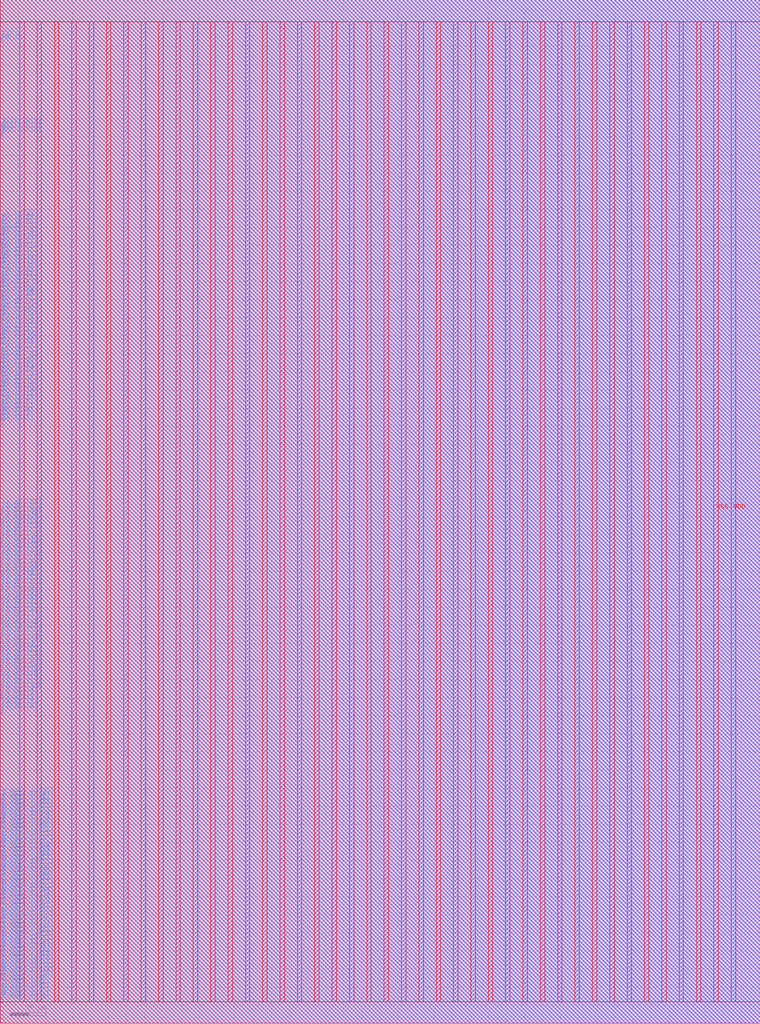
<source format=lef>
VERSION 5.7 ;
BUSBITCHARS "[]" ;
MACRO fakeram130_64x96
  FOREIGN fakeram130_64x96 0 0 ;
  SYMMETRY X Y R90 ;
  SIZE 210.220 BY 282.880 ;
  CLASS BLOCK ;
  PIN w_mask_in[0]
    DIRECTION INPUT ;
    USE SIGNAL ;
    SHAPE ABUTMENT ;
    PORT
      LAYER met3 ;
      RECT 0.000 5.850 0.800 6.150 ;
    END
  END w_mask_in[0]
  PIN w_mask_in[1]
    DIRECTION INPUT ;
    USE SIGNAL ;
    SHAPE ABUTMENT ;
    PORT
      LAYER met3 ;
      RECT 0.000 6.450 0.800 6.750 ;
    END
  END w_mask_in[1]
  PIN w_mask_in[2]
    DIRECTION INPUT ;
    USE SIGNAL ;
    SHAPE ABUTMENT ;
    PORT
      LAYER met3 ;
      RECT 0.000 7.050 0.800 7.350 ;
    END
  END w_mask_in[2]
  PIN w_mask_in[3]
    DIRECTION INPUT ;
    USE SIGNAL ;
    SHAPE ABUTMENT ;
    PORT
      LAYER met3 ;
      RECT 0.000 7.650 0.800 7.950 ;
    END
  END w_mask_in[3]
  PIN w_mask_in[4]
    DIRECTION INPUT ;
    USE SIGNAL ;
    SHAPE ABUTMENT ;
    PORT
      LAYER met3 ;
      RECT 0.000 8.250 0.800 8.550 ;
    END
  END w_mask_in[4]
  PIN w_mask_in[5]
    DIRECTION INPUT ;
    USE SIGNAL ;
    SHAPE ABUTMENT ;
    PORT
      LAYER met3 ;
      RECT 0.000 8.850 0.800 9.150 ;
    END
  END w_mask_in[5]
  PIN w_mask_in[6]
    DIRECTION INPUT ;
    USE SIGNAL ;
    SHAPE ABUTMENT ;
    PORT
      LAYER met3 ;
      RECT 0.000 9.450 0.800 9.750 ;
    END
  END w_mask_in[6]
  PIN w_mask_in[7]
    DIRECTION INPUT ;
    USE SIGNAL ;
    SHAPE ABUTMENT ;
    PORT
      LAYER met3 ;
      RECT 0.000 10.050 0.800 10.350 ;
    END
  END w_mask_in[7]
  PIN w_mask_in[8]
    DIRECTION INPUT ;
    USE SIGNAL ;
    SHAPE ABUTMENT ;
    PORT
      LAYER met3 ;
      RECT 0.000 10.650 0.800 10.950 ;
    END
  END w_mask_in[8]
  PIN w_mask_in[9]
    DIRECTION INPUT ;
    USE SIGNAL ;
    SHAPE ABUTMENT ;
    PORT
      LAYER met3 ;
      RECT 0.000 11.250 0.800 11.550 ;
    END
  END w_mask_in[9]
  PIN w_mask_in[10]
    DIRECTION INPUT ;
    USE SIGNAL ;
    SHAPE ABUTMENT ;
    PORT
      LAYER met3 ;
      RECT 0.000 11.850 0.800 12.150 ;
    END
  END w_mask_in[10]
  PIN w_mask_in[11]
    DIRECTION INPUT ;
    USE SIGNAL ;
    SHAPE ABUTMENT ;
    PORT
      LAYER met3 ;
      RECT 0.000 12.450 0.800 12.750 ;
    END
  END w_mask_in[11]
  PIN w_mask_in[12]
    DIRECTION INPUT ;
    USE SIGNAL ;
    SHAPE ABUTMENT ;
    PORT
      LAYER met3 ;
      RECT 0.000 13.050 0.800 13.350 ;
    END
  END w_mask_in[12]
  PIN w_mask_in[13]
    DIRECTION INPUT ;
    USE SIGNAL ;
    SHAPE ABUTMENT ;
    PORT
      LAYER met3 ;
      RECT 0.000 13.650 0.800 13.950 ;
    END
  END w_mask_in[13]
  PIN w_mask_in[14]
    DIRECTION INPUT ;
    USE SIGNAL ;
    SHAPE ABUTMENT ;
    PORT
      LAYER met3 ;
      RECT 0.000 14.250 0.800 14.550 ;
    END
  END w_mask_in[14]
  PIN w_mask_in[15]
    DIRECTION INPUT ;
    USE SIGNAL ;
    SHAPE ABUTMENT ;
    PORT
      LAYER met3 ;
      RECT 0.000 14.850 0.800 15.150 ;
    END
  END w_mask_in[15]
  PIN w_mask_in[16]
    DIRECTION INPUT ;
    USE SIGNAL ;
    SHAPE ABUTMENT ;
    PORT
      LAYER met3 ;
      RECT 0.000 15.450 0.800 15.750 ;
    END
  END w_mask_in[16]
  PIN w_mask_in[17]
    DIRECTION INPUT ;
    USE SIGNAL ;
    SHAPE ABUTMENT ;
    PORT
      LAYER met3 ;
      RECT 0.000 16.050 0.800 16.350 ;
    END
  END w_mask_in[17]
  PIN w_mask_in[18]
    DIRECTION INPUT ;
    USE SIGNAL ;
    SHAPE ABUTMENT ;
    PORT
      LAYER met3 ;
      RECT 0.000 16.650 0.800 16.950 ;
    END
  END w_mask_in[18]
  PIN w_mask_in[19]
    DIRECTION INPUT ;
    USE SIGNAL ;
    SHAPE ABUTMENT ;
    PORT
      LAYER met3 ;
      RECT 0.000 17.250 0.800 17.550 ;
    END
  END w_mask_in[19]
  PIN w_mask_in[20]
    DIRECTION INPUT ;
    USE SIGNAL ;
    SHAPE ABUTMENT ;
    PORT
      LAYER met3 ;
      RECT 0.000 17.850 0.800 18.150 ;
    END
  END w_mask_in[20]
  PIN w_mask_in[21]
    DIRECTION INPUT ;
    USE SIGNAL ;
    SHAPE ABUTMENT ;
    PORT
      LAYER met3 ;
      RECT 0.000 18.450 0.800 18.750 ;
    END
  END w_mask_in[21]
  PIN w_mask_in[22]
    DIRECTION INPUT ;
    USE SIGNAL ;
    SHAPE ABUTMENT ;
    PORT
      LAYER met3 ;
      RECT 0.000 19.050 0.800 19.350 ;
    END
  END w_mask_in[22]
  PIN w_mask_in[23]
    DIRECTION INPUT ;
    USE SIGNAL ;
    SHAPE ABUTMENT ;
    PORT
      LAYER met3 ;
      RECT 0.000 19.650 0.800 19.950 ;
    END
  END w_mask_in[23]
  PIN w_mask_in[24]
    DIRECTION INPUT ;
    USE SIGNAL ;
    SHAPE ABUTMENT ;
    PORT
      LAYER met3 ;
      RECT 0.000 20.250 0.800 20.550 ;
    END
  END w_mask_in[24]
  PIN w_mask_in[25]
    DIRECTION INPUT ;
    USE SIGNAL ;
    SHAPE ABUTMENT ;
    PORT
      LAYER met3 ;
      RECT 0.000 20.850 0.800 21.150 ;
    END
  END w_mask_in[25]
  PIN w_mask_in[26]
    DIRECTION INPUT ;
    USE SIGNAL ;
    SHAPE ABUTMENT ;
    PORT
      LAYER met3 ;
      RECT 0.000 21.450 0.800 21.750 ;
    END
  END w_mask_in[26]
  PIN w_mask_in[27]
    DIRECTION INPUT ;
    USE SIGNAL ;
    SHAPE ABUTMENT ;
    PORT
      LAYER met3 ;
      RECT 0.000 22.050 0.800 22.350 ;
    END
  END w_mask_in[27]
  PIN w_mask_in[28]
    DIRECTION INPUT ;
    USE SIGNAL ;
    SHAPE ABUTMENT ;
    PORT
      LAYER met3 ;
      RECT 0.000 22.650 0.800 22.950 ;
    END
  END w_mask_in[28]
  PIN w_mask_in[29]
    DIRECTION INPUT ;
    USE SIGNAL ;
    SHAPE ABUTMENT ;
    PORT
      LAYER met3 ;
      RECT 0.000 23.250 0.800 23.550 ;
    END
  END w_mask_in[29]
  PIN w_mask_in[30]
    DIRECTION INPUT ;
    USE SIGNAL ;
    SHAPE ABUTMENT ;
    PORT
      LAYER met3 ;
      RECT 0.000 23.850 0.800 24.150 ;
    END
  END w_mask_in[30]
  PIN w_mask_in[31]
    DIRECTION INPUT ;
    USE SIGNAL ;
    SHAPE ABUTMENT ;
    PORT
      LAYER met3 ;
      RECT 0.000 24.450 0.800 24.750 ;
    END
  END w_mask_in[31]
  PIN w_mask_in[32]
    DIRECTION INPUT ;
    USE SIGNAL ;
    SHAPE ABUTMENT ;
    PORT
      LAYER met3 ;
      RECT 0.000 25.050 0.800 25.350 ;
    END
  END w_mask_in[32]
  PIN w_mask_in[33]
    DIRECTION INPUT ;
    USE SIGNAL ;
    SHAPE ABUTMENT ;
    PORT
      LAYER met3 ;
      RECT 0.000 25.650 0.800 25.950 ;
    END
  END w_mask_in[33]
  PIN w_mask_in[34]
    DIRECTION INPUT ;
    USE SIGNAL ;
    SHAPE ABUTMENT ;
    PORT
      LAYER met3 ;
      RECT 0.000 26.250 0.800 26.550 ;
    END
  END w_mask_in[34]
  PIN w_mask_in[35]
    DIRECTION INPUT ;
    USE SIGNAL ;
    SHAPE ABUTMENT ;
    PORT
      LAYER met3 ;
      RECT 0.000 26.850 0.800 27.150 ;
    END
  END w_mask_in[35]
  PIN w_mask_in[36]
    DIRECTION INPUT ;
    USE SIGNAL ;
    SHAPE ABUTMENT ;
    PORT
      LAYER met3 ;
      RECT 0.000 27.450 0.800 27.750 ;
    END
  END w_mask_in[36]
  PIN w_mask_in[37]
    DIRECTION INPUT ;
    USE SIGNAL ;
    SHAPE ABUTMENT ;
    PORT
      LAYER met3 ;
      RECT 0.000 28.050 0.800 28.350 ;
    END
  END w_mask_in[37]
  PIN w_mask_in[38]
    DIRECTION INPUT ;
    USE SIGNAL ;
    SHAPE ABUTMENT ;
    PORT
      LAYER met3 ;
      RECT 0.000 28.650 0.800 28.950 ;
    END
  END w_mask_in[38]
  PIN w_mask_in[39]
    DIRECTION INPUT ;
    USE SIGNAL ;
    SHAPE ABUTMENT ;
    PORT
      LAYER met3 ;
      RECT 0.000 29.250 0.800 29.550 ;
    END
  END w_mask_in[39]
  PIN w_mask_in[40]
    DIRECTION INPUT ;
    USE SIGNAL ;
    SHAPE ABUTMENT ;
    PORT
      LAYER met3 ;
      RECT 0.000 29.850 0.800 30.150 ;
    END
  END w_mask_in[40]
  PIN w_mask_in[41]
    DIRECTION INPUT ;
    USE SIGNAL ;
    SHAPE ABUTMENT ;
    PORT
      LAYER met3 ;
      RECT 0.000 30.450 0.800 30.750 ;
    END
  END w_mask_in[41]
  PIN w_mask_in[42]
    DIRECTION INPUT ;
    USE SIGNAL ;
    SHAPE ABUTMENT ;
    PORT
      LAYER met3 ;
      RECT 0.000 31.050 0.800 31.350 ;
    END
  END w_mask_in[42]
  PIN w_mask_in[43]
    DIRECTION INPUT ;
    USE SIGNAL ;
    SHAPE ABUTMENT ;
    PORT
      LAYER met3 ;
      RECT 0.000 31.650 0.800 31.950 ;
    END
  END w_mask_in[43]
  PIN w_mask_in[44]
    DIRECTION INPUT ;
    USE SIGNAL ;
    SHAPE ABUTMENT ;
    PORT
      LAYER met3 ;
      RECT 0.000 32.250 0.800 32.550 ;
    END
  END w_mask_in[44]
  PIN w_mask_in[45]
    DIRECTION INPUT ;
    USE SIGNAL ;
    SHAPE ABUTMENT ;
    PORT
      LAYER met3 ;
      RECT 0.000 32.850 0.800 33.150 ;
    END
  END w_mask_in[45]
  PIN w_mask_in[46]
    DIRECTION INPUT ;
    USE SIGNAL ;
    SHAPE ABUTMENT ;
    PORT
      LAYER met3 ;
      RECT 0.000 33.450 0.800 33.750 ;
    END
  END w_mask_in[46]
  PIN w_mask_in[47]
    DIRECTION INPUT ;
    USE SIGNAL ;
    SHAPE ABUTMENT ;
    PORT
      LAYER met3 ;
      RECT 0.000 34.050 0.800 34.350 ;
    END
  END w_mask_in[47]
  PIN w_mask_in[48]
    DIRECTION INPUT ;
    USE SIGNAL ;
    SHAPE ABUTMENT ;
    PORT
      LAYER met3 ;
      RECT 0.000 34.650 0.800 34.950 ;
    END
  END w_mask_in[48]
  PIN w_mask_in[49]
    DIRECTION INPUT ;
    USE SIGNAL ;
    SHAPE ABUTMENT ;
    PORT
      LAYER met3 ;
      RECT 0.000 35.250 0.800 35.550 ;
    END
  END w_mask_in[49]
  PIN w_mask_in[50]
    DIRECTION INPUT ;
    USE SIGNAL ;
    SHAPE ABUTMENT ;
    PORT
      LAYER met3 ;
      RECT 0.000 35.850 0.800 36.150 ;
    END
  END w_mask_in[50]
  PIN w_mask_in[51]
    DIRECTION INPUT ;
    USE SIGNAL ;
    SHAPE ABUTMENT ;
    PORT
      LAYER met3 ;
      RECT 0.000 36.450 0.800 36.750 ;
    END
  END w_mask_in[51]
  PIN w_mask_in[52]
    DIRECTION INPUT ;
    USE SIGNAL ;
    SHAPE ABUTMENT ;
    PORT
      LAYER met3 ;
      RECT 0.000 37.050 0.800 37.350 ;
    END
  END w_mask_in[52]
  PIN w_mask_in[53]
    DIRECTION INPUT ;
    USE SIGNAL ;
    SHAPE ABUTMENT ;
    PORT
      LAYER met3 ;
      RECT 0.000 37.650 0.800 37.950 ;
    END
  END w_mask_in[53]
  PIN w_mask_in[54]
    DIRECTION INPUT ;
    USE SIGNAL ;
    SHAPE ABUTMENT ;
    PORT
      LAYER met3 ;
      RECT 0.000 38.250 0.800 38.550 ;
    END
  END w_mask_in[54]
  PIN w_mask_in[55]
    DIRECTION INPUT ;
    USE SIGNAL ;
    SHAPE ABUTMENT ;
    PORT
      LAYER met3 ;
      RECT 0.000 38.850 0.800 39.150 ;
    END
  END w_mask_in[55]
  PIN w_mask_in[56]
    DIRECTION INPUT ;
    USE SIGNAL ;
    SHAPE ABUTMENT ;
    PORT
      LAYER met3 ;
      RECT 0.000 39.450 0.800 39.750 ;
    END
  END w_mask_in[56]
  PIN w_mask_in[57]
    DIRECTION INPUT ;
    USE SIGNAL ;
    SHAPE ABUTMENT ;
    PORT
      LAYER met3 ;
      RECT 0.000 40.050 0.800 40.350 ;
    END
  END w_mask_in[57]
  PIN w_mask_in[58]
    DIRECTION INPUT ;
    USE SIGNAL ;
    SHAPE ABUTMENT ;
    PORT
      LAYER met3 ;
      RECT 0.000 40.650 0.800 40.950 ;
    END
  END w_mask_in[58]
  PIN w_mask_in[59]
    DIRECTION INPUT ;
    USE SIGNAL ;
    SHAPE ABUTMENT ;
    PORT
      LAYER met3 ;
      RECT 0.000 41.250 0.800 41.550 ;
    END
  END w_mask_in[59]
  PIN w_mask_in[60]
    DIRECTION INPUT ;
    USE SIGNAL ;
    SHAPE ABUTMENT ;
    PORT
      LAYER met3 ;
      RECT 0.000 41.850 0.800 42.150 ;
    END
  END w_mask_in[60]
  PIN w_mask_in[61]
    DIRECTION INPUT ;
    USE SIGNAL ;
    SHAPE ABUTMENT ;
    PORT
      LAYER met3 ;
      RECT 0.000 42.450 0.800 42.750 ;
    END
  END w_mask_in[61]
  PIN w_mask_in[62]
    DIRECTION INPUT ;
    USE SIGNAL ;
    SHAPE ABUTMENT ;
    PORT
      LAYER met3 ;
      RECT 0.000 43.050 0.800 43.350 ;
    END
  END w_mask_in[62]
  PIN w_mask_in[63]
    DIRECTION INPUT ;
    USE SIGNAL ;
    SHAPE ABUTMENT ;
    PORT
      LAYER met3 ;
      RECT 0.000 43.650 0.800 43.950 ;
    END
  END w_mask_in[63]
  PIN w_mask_in[64]
    DIRECTION INPUT ;
    USE SIGNAL ;
    SHAPE ABUTMENT ;
    PORT
      LAYER met3 ;
      RECT 0.000 44.250 0.800 44.550 ;
    END
  END w_mask_in[64]
  PIN w_mask_in[65]
    DIRECTION INPUT ;
    USE SIGNAL ;
    SHAPE ABUTMENT ;
    PORT
      LAYER met3 ;
      RECT 0.000 44.850 0.800 45.150 ;
    END
  END w_mask_in[65]
  PIN w_mask_in[66]
    DIRECTION INPUT ;
    USE SIGNAL ;
    SHAPE ABUTMENT ;
    PORT
      LAYER met3 ;
      RECT 0.000 45.450 0.800 45.750 ;
    END
  END w_mask_in[66]
  PIN w_mask_in[67]
    DIRECTION INPUT ;
    USE SIGNAL ;
    SHAPE ABUTMENT ;
    PORT
      LAYER met3 ;
      RECT 0.000 46.050 0.800 46.350 ;
    END
  END w_mask_in[67]
  PIN w_mask_in[68]
    DIRECTION INPUT ;
    USE SIGNAL ;
    SHAPE ABUTMENT ;
    PORT
      LAYER met3 ;
      RECT 0.000 46.650 0.800 46.950 ;
    END
  END w_mask_in[68]
  PIN w_mask_in[69]
    DIRECTION INPUT ;
    USE SIGNAL ;
    SHAPE ABUTMENT ;
    PORT
      LAYER met3 ;
      RECT 0.000 47.250 0.800 47.550 ;
    END
  END w_mask_in[69]
  PIN w_mask_in[70]
    DIRECTION INPUT ;
    USE SIGNAL ;
    SHAPE ABUTMENT ;
    PORT
      LAYER met3 ;
      RECT 0.000 47.850 0.800 48.150 ;
    END
  END w_mask_in[70]
  PIN w_mask_in[71]
    DIRECTION INPUT ;
    USE SIGNAL ;
    SHAPE ABUTMENT ;
    PORT
      LAYER met3 ;
      RECT 0.000 48.450 0.800 48.750 ;
    END
  END w_mask_in[71]
  PIN w_mask_in[72]
    DIRECTION INPUT ;
    USE SIGNAL ;
    SHAPE ABUTMENT ;
    PORT
      LAYER met3 ;
      RECT 0.000 49.050 0.800 49.350 ;
    END
  END w_mask_in[72]
  PIN w_mask_in[73]
    DIRECTION INPUT ;
    USE SIGNAL ;
    SHAPE ABUTMENT ;
    PORT
      LAYER met3 ;
      RECT 0.000 49.650 0.800 49.950 ;
    END
  END w_mask_in[73]
  PIN w_mask_in[74]
    DIRECTION INPUT ;
    USE SIGNAL ;
    SHAPE ABUTMENT ;
    PORT
      LAYER met3 ;
      RECT 0.000 50.250 0.800 50.550 ;
    END
  END w_mask_in[74]
  PIN w_mask_in[75]
    DIRECTION INPUT ;
    USE SIGNAL ;
    SHAPE ABUTMENT ;
    PORT
      LAYER met3 ;
      RECT 0.000 50.850 0.800 51.150 ;
    END
  END w_mask_in[75]
  PIN w_mask_in[76]
    DIRECTION INPUT ;
    USE SIGNAL ;
    SHAPE ABUTMENT ;
    PORT
      LAYER met3 ;
      RECT 0.000 51.450 0.800 51.750 ;
    END
  END w_mask_in[76]
  PIN w_mask_in[77]
    DIRECTION INPUT ;
    USE SIGNAL ;
    SHAPE ABUTMENT ;
    PORT
      LAYER met3 ;
      RECT 0.000 52.050 0.800 52.350 ;
    END
  END w_mask_in[77]
  PIN w_mask_in[78]
    DIRECTION INPUT ;
    USE SIGNAL ;
    SHAPE ABUTMENT ;
    PORT
      LAYER met3 ;
      RECT 0.000 52.650 0.800 52.950 ;
    END
  END w_mask_in[78]
  PIN w_mask_in[79]
    DIRECTION INPUT ;
    USE SIGNAL ;
    SHAPE ABUTMENT ;
    PORT
      LAYER met3 ;
      RECT 0.000 53.250 0.800 53.550 ;
    END
  END w_mask_in[79]
  PIN w_mask_in[80]
    DIRECTION INPUT ;
    USE SIGNAL ;
    SHAPE ABUTMENT ;
    PORT
      LAYER met3 ;
      RECT 0.000 53.850 0.800 54.150 ;
    END
  END w_mask_in[80]
  PIN w_mask_in[81]
    DIRECTION INPUT ;
    USE SIGNAL ;
    SHAPE ABUTMENT ;
    PORT
      LAYER met3 ;
      RECT 0.000 54.450 0.800 54.750 ;
    END
  END w_mask_in[81]
  PIN w_mask_in[82]
    DIRECTION INPUT ;
    USE SIGNAL ;
    SHAPE ABUTMENT ;
    PORT
      LAYER met3 ;
      RECT 0.000 55.050 0.800 55.350 ;
    END
  END w_mask_in[82]
  PIN w_mask_in[83]
    DIRECTION INPUT ;
    USE SIGNAL ;
    SHAPE ABUTMENT ;
    PORT
      LAYER met3 ;
      RECT 0.000 55.650 0.800 55.950 ;
    END
  END w_mask_in[83]
  PIN w_mask_in[84]
    DIRECTION INPUT ;
    USE SIGNAL ;
    SHAPE ABUTMENT ;
    PORT
      LAYER met3 ;
      RECT 0.000 56.250 0.800 56.550 ;
    END
  END w_mask_in[84]
  PIN w_mask_in[85]
    DIRECTION INPUT ;
    USE SIGNAL ;
    SHAPE ABUTMENT ;
    PORT
      LAYER met3 ;
      RECT 0.000 56.850 0.800 57.150 ;
    END
  END w_mask_in[85]
  PIN w_mask_in[86]
    DIRECTION INPUT ;
    USE SIGNAL ;
    SHAPE ABUTMENT ;
    PORT
      LAYER met3 ;
      RECT 0.000 57.450 0.800 57.750 ;
    END
  END w_mask_in[86]
  PIN w_mask_in[87]
    DIRECTION INPUT ;
    USE SIGNAL ;
    SHAPE ABUTMENT ;
    PORT
      LAYER met3 ;
      RECT 0.000 58.050 0.800 58.350 ;
    END
  END w_mask_in[87]
  PIN w_mask_in[88]
    DIRECTION INPUT ;
    USE SIGNAL ;
    SHAPE ABUTMENT ;
    PORT
      LAYER met3 ;
      RECT 0.000 58.650 0.800 58.950 ;
    END
  END w_mask_in[88]
  PIN w_mask_in[89]
    DIRECTION INPUT ;
    USE SIGNAL ;
    SHAPE ABUTMENT ;
    PORT
      LAYER met3 ;
      RECT 0.000 59.250 0.800 59.550 ;
    END
  END w_mask_in[89]
  PIN w_mask_in[90]
    DIRECTION INPUT ;
    USE SIGNAL ;
    SHAPE ABUTMENT ;
    PORT
      LAYER met3 ;
      RECT 0.000 59.850 0.800 60.150 ;
    END
  END w_mask_in[90]
  PIN w_mask_in[91]
    DIRECTION INPUT ;
    USE SIGNAL ;
    SHAPE ABUTMENT ;
    PORT
      LAYER met3 ;
      RECT 0.000 60.450 0.800 60.750 ;
    END
  END w_mask_in[91]
  PIN w_mask_in[92]
    DIRECTION INPUT ;
    USE SIGNAL ;
    SHAPE ABUTMENT ;
    PORT
      LAYER met3 ;
      RECT 0.000 61.050 0.800 61.350 ;
    END
  END w_mask_in[92]
  PIN w_mask_in[93]
    DIRECTION INPUT ;
    USE SIGNAL ;
    SHAPE ABUTMENT ;
    PORT
      LAYER met3 ;
      RECT 0.000 61.650 0.800 61.950 ;
    END
  END w_mask_in[93]
  PIN w_mask_in[94]
    DIRECTION INPUT ;
    USE SIGNAL ;
    SHAPE ABUTMENT ;
    PORT
      LAYER met3 ;
      RECT 0.000 62.250 0.800 62.550 ;
    END
  END w_mask_in[94]
  PIN w_mask_in[95]
    DIRECTION INPUT ;
    USE SIGNAL ;
    SHAPE ABUTMENT ;
    PORT
      LAYER met3 ;
      RECT 0.000 62.850 0.800 63.150 ;
    END
  END w_mask_in[95]
  PIN rd_out[0]
    DIRECTION OUTPUT ;
    USE SIGNAL ;
    SHAPE ABUTMENT ;
    PORT
      LAYER met3 ;
      RECT 0.000 85.650 0.800 85.950 ;
    END
  END rd_out[0]
  PIN rd_out[1]
    DIRECTION OUTPUT ;
    USE SIGNAL ;
    SHAPE ABUTMENT ;
    PORT
      LAYER met3 ;
      RECT 0.000 86.250 0.800 86.550 ;
    END
  END rd_out[1]
  PIN rd_out[2]
    DIRECTION OUTPUT ;
    USE SIGNAL ;
    SHAPE ABUTMENT ;
    PORT
      LAYER met3 ;
      RECT 0.000 86.850 0.800 87.150 ;
    END
  END rd_out[2]
  PIN rd_out[3]
    DIRECTION OUTPUT ;
    USE SIGNAL ;
    SHAPE ABUTMENT ;
    PORT
      LAYER met3 ;
      RECT 0.000 87.450 0.800 87.750 ;
    END
  END rd_out[3]
  PIN rd_out[4]
    DIRECTION OUTPUT ;
    USE SIGNAL ;
    SHAPE ABUTMENT ;
    PORT
      LAYER met3 ;
      RECT 0.000 88.050 0.800 88.350 ;
    END
  END rd_out[4]
  PIN rd_out[5]
    DIRECTION OUTPUT ;
    USE SIGNAL ;
    SHAPE ABUTMENT ;
    PORT
      LAYER met3 ;
      RECT 0.000 88.650 0.800 88.950 ;
    END
  END rd_out[5]
  PIN rd_out[6]
    DIRECTION OUTPUT ;
    USE SIGNAL ;
    SHAPE ABUTMENT ;
    PORT
      LAYER met3 ;
      RECT 0.000 89.250 0.800 89.550 ;
    END
  END rd_out[6]
  PIN rd_out[7]
    DIRECTION OUTPUT ;
    USE SIGNAL ;
    SHAPE ABUTMENT ;
    PORT
      LAYER met3 ;
      RECT 0.000 89.850 0.800 90.150 ;
    END
  END rd_out[7]
  PIN rd_out[8]
    DIRECTION OUTPUT ;
    USE SIGNAL ;
    SHAPE ABUTMENT ;
    PORT
      LAYER met3 ;
      RECT 0.000 90.450 0.800 90.750 ;
    END
  END rd_out[8]
  PIN rd_out[9]
    DIRECTION OUTPUT ;
    USE SIGNAL ;
    SHAPE ABUTMENT ;
    PORT
      LAYER met3 ;
      RECT 0.000 91.050 0.800 91.350 ;
    END
  END rd_out[9]
  PIN rd_out[10]
    DIRECTION OUTPUT ;
    USE SIGNAL ;
    SHAPE ABUTMENT ;
    PORT
      LAYER met3 ;
      RECT 0.000 91.650 0.800 91.950 ;
    END
  END rd_out[10]
  PIN rd_out[11]
    DIRECTION OUTPUT ;
    USE SIGNAL ;
    SHAPE ABUTMENT ;
    PORT
      LAYER met3 ;
      RECT 0.000 92.250 0.800 92.550 ;
    END
  END rd_out[11]
  PIN rd_out[12]
    DIRECTION OUTPUT ;
    USE SIGNAL ;
    SHAPE ABUTMENT ;
    PORT
      LAYER met3 ;
      RECT 0.000 92.850 0.800 93.150 ;
    END
  END rd_out[12]
  PIN rd_out[13]
    DIRECTION OUTPUT ;
    USE SIGNAL ;
    SHAPE ABUTMENT ;
    PORT
      LAYER met3 ;
      RECT 0.000 93.450 0.800 93.750 ;
    END
  END rd_out[13]
  PIN rd_out[14]
    DIRECTION OUTPUT ;
    USE SIGNAL ;
    SHAPE ABUTMENT ;
    PORT
      LAYER met3 ;
      RECT 0.000 94.050 0.800 94.350 ;
    END
  END rd_out[14]
  PIN rd_out[15]
    DIRECTION OUTPUT ;
    USE SIGNAL ;
    SHAPE ABUTMENT ;
    PORT
      LAYER met3 ;
      RECT 0.000 94.650 0.800 94.950 ;
    END
  END rd_out[15]
  PIN rd_out[16]
    DIRECTION OUTPUT ;
    USE SIGNAL ;
    SHAPE ABUTMENT ;
    PORT
      LAYER met3 ;
      RECT 0.000 95.250 0.800 95.550 ;
    END
  END rd_out[16]
  PIN rd_out[17]
    DIRECTION OUTPUT ;
    USE SIGNAL ;
    SHAPE ABUTMENT ;
    PORT
      LAYER met3 ;
      RECT 0.000 95.850 0.800 96.150 ;
    END
  END rd_out[17]
  PIN rd_out[18]
    DIRECTION OUTPUT ;
    USE SIGNAL ;
    SHAPE ABUTMENT ;
    PORT
      LAYER met3 ;
      RECT 0.000 96.450 0.800 96.750 ;
    END
  END rd_out[18]
  PIN rd_out[19]
    DIRECTION OUTPUT ;
    USE SIGNAL ;
    SHAPE ABUTMENT ;
    PORT
      LAYER met3 ;
      RECT 0.000 97.050 0.800 97.350 ;
    END
  END rd_out[19]
  PIN rd_out[20]
    DIRECTION OUTPUT ;
    USE SIGNAL ;
    SHAPE ABUTMENT ;
    PORT
      LAYER met3 ;
      RECT 0.000 97.650 0.800 97.950 ;
    END
  END rd_out[20]
  PIN rd_out[21]
    DIRECTION OUTPUT ;
    USE SIGNAL ;
    SHAPE ABUTMENT ;
    PORT
      LAYER met3 ;
      RECT 0.000 98.250 0.800 98.550 ;
    END
  END rd_out[21]
  PIN rd_out[22]
    DIRECTION OUTPUT ;
    USE SIGNAL ;
    SHAPE ABUTMENT ;
    PORT
      LAYER met3 ;
      RECT 0.000 98.850 0.800 99.150 ;
    END
  END rd_out[22]
  PIN rd_out[23]
    DIRECTION OUTPUT ;
    USE SIGNAL ;
    SHAPE ABUTMENT ;
    PORT
      LAYER met3 ;
      RECT 0.000 99.450 0.800 99.750 ;
    END
  END rd_out[23]
  PIN rd_out[24]
    DIRECTION OUTPUT ;
    USE SIGNAL ;
    SHAPE ABUTMENT ;
    PORT
      LAYER met3 ;
      RECT 0.000 100.050 0.800 100.350 ;
    END
  END rd_out[24]
  PIN rd_out[25]
    DIRECTION OUTPUT ;
    USE SIGNAL ;
    SHAPE ABUTMENT ;
    PORT
      LAYER met3 ;
      RECT 0.000 100.650 0.800 100.950 ;
    END
  END rd_out[25]
  PIN rd_out[26]
    DIRECTION OUTPUT ;
    USE SIGNAL ;
    SHAPE ABUTMENT ;
    PORT
      LAYER met3 ;
      RECT 0.000 101.250 0.800 101.550 ;
    END
  END rd_out[26]
  PIN rd_out[27]
    DIRECTION OUTPUT ;
    USE SIGNAL ;
    SHAPE ABUTMENT ;
    PORT
      LAYER met3 ;
      RECT 0.000 101.850 0.800 102.150 ;
    END
  END rd_out[27]
  PIN rd_out[28]
    DIRECTION OUTPUT ;
    USE SIGNAL ;
    SHAPE ABUTMENT ;
    PORT
      LAYER met3 ;
      RECT 0.000 102.450 0.800 102.750 ;
    END
  END rd_out[28]
  PIN rd_out[29]
    DIRECTION OUTPUT ;
    USE SIGNAL ;
    SHAPE ABUTMENT ;
    PORT
      LAYER met3 ;
      RECT 0.000 103.050 0.800 103.350 ;
    END
  END rd_out[29]
  PIN rd_out[30]
    DIRECTION OUTPUT ;
    USE SIGNAL ;
    SHAPE ABUTMENT ;
    PORT
      LAYER met3 ;
      RECT 0.000 103.650 0.800 103.950 ;
    END
  END rd_out[30]
  PIN rd_out[31]
    DIRECTION OUTPUT ;
    USE SIGNAL ;
    SHAPE ABUTMENT ;
    PORT
      LAYER met3 ;
      RECT 0.000 104.250 0.800 104.550 ;
    END
  END rd_out[31]
  PIN rd_out[32]
    DIRECTION OUTPUT ;
    USE SIGNAL ;
    SHAPE ABUTMENT ;
    PORT
      LAYER met3 ;
      RECT 0.000 104.850 0.800 105.150 ;
    END
  END rd_out[32]
  PIN rd_out[33]
    DIRECTION OUTPUT ;
    USE SIGNAL ;
    SHAPE ABUTMENT ;
    PORT
      LAYER met3 ;
      RECT 0.000 105.450 0.800 105.750 ;
    END
  END rd_out[33]
  PIN rd_out[34]
    DIRECTION OUTPUT ;
    USE SIGNAL ;
    SHAPE ABUTMENT ;
    PORT
      LAYER met3 ;
      RECT 0.000 106.050 0.800 106.350 ;
    END
  END rd_out[34]
  PIN rd_out[35]
    DIRECTION OUTPUT ;
    USE SIGNAL ;
    SHAPE ABUTMENT ;
    PORT
      LAYER met3 ;
      RECT 0.000 106.650 0.800 106.950 ;
    END
  END rd_out[35]
  PIN rd_out[36]
    DIRECTION OUTPUT ;
    USE SIGNAL ;
    SHAPE ABUTMENT ;
    PORT
      LAYER met3 ;
      RECT 0.000 107.250 0.800 107.550 ;
    END
  END rd_out[36]
  PIN rd_out[37]
    DIRECTION OUTPUT ;
    USE SIGNAL ;
    SHAPE ABUTMENT ;
    PORT
      LAYER met3 ;
      RECT 0.000 107.850 0.800 108.150 ;
    END
  END rd_out[37]
  PIN rd_out[38]
    DIRECTION OUTPUT ;
    USE SIGNAL ;
    SHAPE ABUTMENT ;
    PORT
      LAYER met3 ;
      RECT 0.000 108.450 0.800 108.750 ;
    END
  END rd_out[38]
  PIN rd_out[39]
    DIRECTION OUTPUT ;
    USE SIGNAL ;
    SHAPE ABUTMENT ;
    PORT
      LAYER met3 ;
      RECT 0.000 109.050 0.800 109.350 ;
    END
  END rd_out[39]
  PIN rd_out[40]
    DIRECTION OUTPUT ;
    USE SIGNAL ;
    SHAPE ABUTMENT ;
    PORT
      LAYER met3 ;
      RECT 0.000 109.650 0.800 109.950 ;
    END
  END rd_out[40]
  PIN rd_out[41]
    DIRECTION OUTPUT ;
    USE SIGNAL ;
    SHAPE ABUTMENT ;
    PORT
      LAYER met3 ;
      RECT 0.000 110.250 0.800 110.550 ;
    END
  END rd_out[41]
  PIN rd_out[42]
    DIRECTION OUTPUT ;
    USE SIGNAL ;
    SHAPE ABUTMENT ;
    PORT
      LAYER met3 ;
      RECT 0.000 110.850 0.800 111.150 ;
    END
  END rd_out[42]
  PIN rd_out[43]
    DIRECTION OUTPUT ;
    USE SIGNAL ;
    SHAPE ABUTMENT ;
    PORT
      LAYER met3 ;
      RECT 0.000 111.450 0.800 111.750 ;
    END
  END rd_out[43]
  PIN rd_out[44]
    DIRECTION OUTPUT ;
    USE SIGNAL ;
    SHAPE ABUTMENT ;
    PORT
      LAYER met3 ;
      RECT 0.000 112.050 0.800 112.350 ;
    END
  END rd_out[44]
  PIN rd_out[45]
    DIRECTION OUTPUT ;
    USE SIGNAL ;
    SHAPE ABUTMENT ;
    PORT
      LAYER met3 ;
      RECT 0.000 112.650 0.800 112.950 ;
    END
  END rd_out[45]
  PIN rd_out[46]
    DIRECTION OUTPUT ;
    USE SIGNAL ;
    SHAPE ABUTMENT ;
    PORT
      LAYER met3 ;
      RECT 0.000 113.250 0.800 113.550 ;
    END
  END rd_out[46]
  PIN rd_out[47]
    DIRECTION OUTPUT ;
    USE SIGNAL ;
    SHAPE ABUTMENT ;
    PORT
      LAYER met3 ;
      RECT 0.000 113.850 0.800 114.150 ;
    END
  END rd_out[47]
  PIN rd_out[48]
    DIRECTION OUTPUT ;
    USE SIGNAL ;
    SHAPE ABUTMENT ;
    PORT
      LAYER met3 ;
      RECT 0.000 114.450 0.800 114.750 ;
    END
  END rd_out[48]
  PIN rd_out[49]
    DIRECTION OUTPUT ;
    USE SIGNAL ;
    SHAPE ABUTMENT ;
    PORT
      LAYER met3 ;
      RECT 0.000 115.050 0.800 115.350 ;
    END
  END rd_out[49]
  PIN rd_out[50]
    DIRECTION OUTPUT ;
    USE SIGNAL ;
    SHAPE ABUTMENT ;
    PORT
      LAYER met3 ;
      RECT 0.000 115.650 0.800 115.950 ;
    END
  END rd_out[50]
  PIN rd_out[51]
    DIRECTION OUTPUT ;
    USE SIGNAL ;
    SHAPE ABUTMENT ;
    PORT
      LAYER met3 ;
      RECT 0.000 116.250 0.800 116.550 ;
    END
  END rd_out[51]
  PIN rd_out[52]
    DIRECTION OUTPUT ;
    USE SIGNAL ;
    SHAPE ABUTMENT ;
    PORT
      LAYER met3 ;
      RECT 0.000 116.850 0.800 117.150 ;
    END
  END rd_out[52]
  PIN rd_out[53]
    DIRECTION OUTPUT ;
    USE SIGNAL ;
    SHAPE ABUTMENT ;
    PORT
      LAYER met3 ;
      RECT 0.000 117.450 0.800 117.750 ;
    END
  END rd_out[53]
  PIN rd_out[54]
    DIRECTION OUTPUT ;
    USE SIGNAL ;
    SHAPE ABUTMENT ;
    PORT
      LAYER met3 ;
      RECT 0.000 118.050 0.800 118.350 ;
    END
  END rd_out[54]
  PIN rd_out[55]
    DIRECTION OUTPUT ;
    USE SIGNAL ;
    SHAPE ABUTMENT ;
    PORT
      LAYER met3 ;
      RECT 0.000 118.650 0.800 118.950 ;
    END
  END rd_out[55]
  PIN rd_out[56]
    DIRECTION OUTPUT ;
    USE SIGNAL ;
    SHAPE ABUTMENT ;
    PORT
      LAYER met3 ;
      RECT 0.000 119.250 0.800 119.550 ;
    END
  END rd_out[56]
  PIN rd_out[57]
    DIRECTION OUTPUT ;
    USE SIGNAL ;
    SHAPE ABUTMENT ;
    PORT
      LAYER met3 ;
      RECT 0.000 119.850 0.800 120.150 ;
    END
  END rd_out[57]
  PIN rd_out[58]
    DIRECTION OUTPUT ;
    USE SIGNAL ;
    SHAPE ABUTMENT ;
    PORT
      LAYER met3 ;
      RECT 0.000 120.450 0.800 120.750 ;
    END
  END rd_out[58]
  PIN rd_out[59]
    DIRECTION OUTPUT ;
    USE SIGNAL ;
    SHAPE ABUTMENT ;
    PORT
      LAYER met3 ;
      RECT 0.000 121.050 0.800 121.350 ;
    END
  END rd_out[59]
  PIN rd_out[60]
    DIRECTION OUTPUT ;
    USE SIGNAL ;
    SHAPE ABUTMENT ;
    PORT
      LAYER met3 ;
      RECT 0.000 121.650 0.800 121.950 ;
    END
  END rd_out[60]
  PIN rd_out[61]
    DIRECTION OUTPUT ;
    USE SIGNAL ;
    SHAPE ABUTMENT ;
    PORT
      LAYER met3 ;
      RECT 0.000 122.250 0.800 122.550 ;
    END
  END rd_out[61]
  PIN rd_out[62]
    DIRECTION OUTPUT ;
    USE SIGNAL ;
    SHAPE ABUTMENT ;
    PORT
      LAYER met3 ;
      RECT 0.000 122.850 0.800 123.150 ;
    END
  END rd_out[62]
  PIN rd_out[63]
    DIRECTION OUTPUT ;
    USE SIGNAL ;
    SHAPE ABUTMENT ;
    PORT
      LAYER met3 ;
      RECT 0.000 123.450 0.800 123.750 ;
    END
  END rd_out[63]
  PIN rd_out[64]
    DIRECTION OUTPUT ;
    USE SIGNAL ;
    SHAPE ABUTMENT ;
    PORT
      LAYER met3 ;
      RECT 0.000 124.050 0.800 124.350 ;
    END
  END rd_out[64]
  PIN rd_out[65]
    DIRECTION OUTPUT ;
    USE SIGNAL ;
    SHAPE ABUTMENT ;
    PORT
      LAYER met3 ;
      RECT 0.000 124.650 0.800 124.950 ;
    END
  END rd_out[65]
  PIN rd_out[66]
    DIRECTION OUTPUT ;
    USE SIGNAL ;
    SHAPE ABUTMENT ;
    PORT
      LAYER met3 ;
      RECT 0.000 125.250 0.800 125.550 ;
    END
  END rd_out[66]
  PIN rd_out[67]
    DIRECTION OUTPUT ;
    USE SIGNAL ;
    SHAPE ABUTMENT ;
    PORT
      LAYER met3 ;
      RECT 0.000 125.850 0.800 126.150 ;
    END
  END rd_out[67]
  PIN rd_out[68]
    DIRECTION OUTPUT ;
    USE SIGNAL ;
    SHAPE ABUTMENT ;
    PORT
      LAYER met3 ;
      RECT 0.000 126.450 0.800 126.750 ;
    END
  END rd_out[68]
  PIN rd_out[69]
    DIRECTION OUTPUT ;
    USE SIGNAL ;
    SHAPE ABUTMENT ;
    PORT
      LAYER met3 ;
      RECT 0.000 127.050 0.800 127.350 ;
    END
  END rd_out[69]
  PIN rd_out[70]
    DIRECTION OUTPUT ;
    USE SIGNAL ;
    SHAPE ABUTMENT ;
    PORT
      LAYER met3 ;
      RECT 0.000 127.650 0.800 127.950 ;
    END
  END rd_out[70]
  PIN rd_out[71]
    DIRECTION OUTPUT ;
    USE SIGNAL ;
    SHAPE ABUTMENT ;
    PORT
      LAYER met3 ;
      RECT 0.000 128.250 0.800 128.550 ;
    END
  END rd_out[71]
  PIN rd_out[72]
    DIRECTION OUTPUT ;
    USE SIGNAL ;
    SHAPE ABUTMENT ;
    PORT
      LAYER met3 ;
      RECT 0.000 128.850 0.800 129.150 ;
    END
  END rd_out[72]
  PIN rd_out[73]
    DIRECTION OUTPUT ;
    USE SIGNAL ;
    SHAPE ABUTMENT ;
    PORT
      LAYER met3 ;
      RECT 0.000 129.450 0.800 129.750 ;
    END
  END rd_out[73]
  PIN rd_out[74]
    DIRECTION OUTPUT ;
    USE SIGNAL ;
    SHAPE ABUTMENT ;
    PORT
      LAYER met3 ;
      RECT 0.000 130.050 0.800 130.350 ;
    END
  END rd_out[74]
  PIN rd_out[75]
    DIRECTION OUTPUT ;
    USE SIGNAL ;
    SHAPE ABUTMENT ;
    PORT
      LAYER met3 ;
      RECT 0.000 130.650 0.800 130.950 ;
    END
  END rd_out[75]
  PIN rd_out[76]
    DIRECTION OUTPUT ;
    USE SIGNAL ;
    SHAPE ABUTMENT ;
    PORT
      LAYER met3 ;
      RECT 0.000 131.250 0.800 131.550 ;
    END
  END rd_out[76]
  PIN rd_out[77]
    DIRECTION OUTPUT ;
    USE SIGNAL ;
    SHAPE ABUTMENT ;
    PORT
      LAYER met3 ;
      RECT 0.000 131.850 0.800 132.150 ;
    END
  END rd_out[77]
  PIN rd_out[78]
    DIRECTION OUTPUT ;
    USE SIGNAL ;
    SHAPE ABUTMENT ;
    PORT
      LAYER met3 ;
      RECT 0.000 132.450 0.800 132.750 ;
    END
  END rd_out[78]
  PIN rd_out[79]
    DIRECTION OUTPUT ;
    USE SIGNAL ;
    SHAPE ABUTMENT ;
    PORT
      LAYER met3 ;
      RECT 0.000 133.050 0.800 133.350 ;
    END
  END rd_out[79]
  PIN rd_out[80]
    DIRECTION OUTPUT ;
    USE SIGNAL ;
    SHAPE ABUTMENT ;
    PORT
      LAYER met3 ;
      RECT 0.000 133.650 0.800 133.950 ;
    END
  END rd_out[80]
  PIN rd_out[81]
    DIRECTION OUTPUT ;
    USE SIGNAL ;
    SHAPE ABUTMENT ;
    PORT
      LAYER met3 ;
      RECT 0.000 134.250 0.800 134.550 ;
    END
  END rd_out[81]
  PIN rd_out[82]
    DIRECTION OUTPUT ;
    USE SIGNAL ;
    SHAPE ABUTMENT ;
    PORT
      LAYER met3 ;
      RECT 0.000 134.850 0.800 135.150 ;
    END
  END rd_out[82]
  PIN rd_out[83]
    DIRECTION OUTPUT ;
    USE SIGNAL ;
    SHAPE ABUTMENT ;
    PORT
      LAYER met3 ;
      RECT 0.000 135.450 0.800 135.750 ;
    END
  END rd_out[83]
  PIN rd_out[84]
    DIRECTION OUTPUT ;
    USE SIGNAL ;
    SHAPE ABUTMENT ;
    PORT
      LAYER met3 ;
      RECT 0.000 136.050 0.800 136.350 ;
    END
  END rd_out[84]
  PIN rd_out[85]
    DIRECTION OUTPUT ;
    USE SIGNAL ;
    SHAPE ABUTMENT ;
    PORT
      LAYER met3 ;
      RECT 0.000 136.650 0.800 136.950 ;
    END
  END rd_out[85]
  PIN rd_out[86]
    DIRECTION OUTPUT ;
    USE SIGNAL ;
    SHAPE ABUTMENT ;
    PORT
      LAYER met3 ;
      RECT 0.000 137.250 0.800 137.550 ;
    END
  END rd_out[86]
  PIN rd_out[87]
    DIRECTION OUTPUT ;
    USE SIGNAL ;
    SHAPE ABUTMENT ;
    PORT
      LAYER met3 ;
      RECT 0.000 137.850 0.800 138.150 ;
    END
  END rd_out[87]
  PIN rd_out[88]
    DIRECTION OUTPUT ;
    USE SIGNAL ;
    SHAPE ABUTMENT ;
    PORT
      LAYER met3 ;
      RECT 0.000 138.450 0.800 138.750 ;
    END
  END rd_out[88]
  PIN rd_out[89]
    DIRECTION OUTPUT ;
    USE SIGNAL ;
    SHAPE ABUTMENT ;
    PORT
      LAYER met3 ;
      RECT 0.000 139.050 0.800 139.350 ;
    END
  END rd_out[89]
  PIN rd_out[90]
    DIRECTION OUTPUT ;
    USE SIGNAL ;
    SHAPE ABUTMENT ;
    PORT
      LAYER met3 ;
      RECT 0.000 139.650 0.800 139.950 ;
    END
  END rd_out[90]
  PIN rd_out[91]
    DIRECTION OUTPUT ;
    USE SIGNAL ;
    SHAPE ABUTMENT ;
    PORT
      LAYER met3 ;
      RECT 0.000 140.250 0.800 140.550 ;
    END
  END rd_out[91]
  PIN rd_out[92]
    DIRECTION OUTPUT ;
    USE SIGNAL ;
    SHAPE ABUTMENT ;
    PORT
      LAYER met3 ;
      RECT 0.000 140.850 0.800 141.150 ;
    END
  END rd_out[92]
  PIN rd_out[93]
    DIRECTION OUTPUT ;
    USE SIGNAL ;
    SHAPE ABUTMENT ;
    PORT
      LAYER met3 ;
      RECT 0.000 141.450 0.800 141.750 ;
    END
  END rd_out[93]
  PIN rd_out[94]
    DIRECTION OUTPUT ;
    USE SIGNAL ;
    SHAPE ABUTMENT ;
    PORT
      LAYER met3 ;
      RECT 0.000 142.050 0.800 142.350 ;
    END
  END rd_out[94]
  PIN rd_out[95]
    DIRECTION OUTPUT ;
    USE SIGNAL ;
    SHAPE ABUTMENT ;
    PORT
      LAYER met3 ;
      RECT 0.000 142.650 0.800 142.950 ;
    END
  END rd_out[95]
  PIN wd_in[0]
    DIRECTION INPUT ;
    USE SIGNAL ;
    SHAPE ABUTMENT ;
    PORT
      LAYER met3 ;
      RECT 0.000 165.450 0.800 165.750 ;
    END
  END wd_in[0]
  PIN wd_in[1]
    DIRECTION INPUT ;
    USE SIGNAL ;
    SHAPE ABUTMENT ;
    PORT
      LAYER met3 ;
      RECT 0.000 166.050 0.800 166.350 ;
    END
  END wd_in[1]
  PIN wd_in[2]
    DIRECTION INPUT ;
    USE SIGNAL ;
    SHAPE ABUTMENT ;
    PORT
      LAYER met3 ;
      RECT 0.000 166.650 0.800 166.950 ;
    END
  END wd_in[2]
  PIN wd_in[3]
    DIRECTION INPUT ;
    USE SIGNAL ;
    SHAPE ABUTMENT ;
    PORT
      LAYER met3 ;
      RECT 0.000 167.250 0.800 167.550 ;
    END
  END wd_in[3]
  PIN wd_in[4]
    DIRECTION INPUT ;
    USE SIGNAL ;
    SHAPE ABUTMENT ;
    PORT
      LAYER met3 ;
      RECT 0.000 167.850 0.800 168.150 ;
    END
  END wd_in[4]
  PIN wd_in[5]
    DIRECTION INPUT ;
    USE SIGNAL ;
    SHAPE ABUTMENT ;
    PORT
      LAYER met3 ;
      RECT 0.000 168.450 0.800 168.750 ;
    END
  END wd_in[5]
  PIN wd_in[6]
    DIRECTION INPUT ;
    USE SIGNAL ;
    SHAPE ABUTMENT ;
    PORT
      LAYER met3 ;
      RECT 0.000 169.050 0.800 169.350 ;
    END
  END wd_in[6]
  PIN wd_in[7]
    DIRECTION INPUT ;
    USE SIGNAL ;
    SHAPE ABUTMENT ;
    PORT
      LAYER met3 ;
      RECT 0.000 169.650 0.800 169.950 ;
    END
  END wd_in[7]
  PIN wd_in[8]
    DIRECTION INPUT ;
    USE SIGNAL ;
    SHAPE ABUTMENT ;
    PORT
      LAYER met3 ;
      RECT 0.000 170.250 0.800 170.550 ;
    END
  END wd_in[8]
  PIN wd_in[9]
    DIRECTION INPUT ;
    USE SIGNAL ;
    SHAPE ABUTMENT ;
    PORT
      LAYER met3 ;
      RECT 0.000 170.850 0.800 171.150 ;
    END
  END wd_in[9]
  PIN wd_in[10]
    DIRECTION INPUT ;
    USE SIGNAL ;
    SHAPE ABUTMENT ;
    PORT
      LAYER met3 ;
      RECT 0.000 171.450 0.800 171.750 ;
    END
  END wd_in[10]
  PIN wd_in[11]
    DIRECTION INPUT ;
    USE SIGNAL ;
    SHAPE ABUTMENT ;
    PORT
      LAYER met3 ;
      RECT 0.000 172.050 0.800 172.350 ;
    END
  END wd_in[11]
  PIN wd_in[12]
    DIRECTION INPUT ;
    USE SIGNAL ;
    SHAPE ABUTMENT ;
    PORT
      LAYER met3 ;
      RECT 0.000 172.650 0.800 172.950 ;
    END
  END wd_in[12]
  PIN wd_in[13]
    DIRECTION INPUT ;
    USE SIGNAL ;
    SHAPE ABUTMENT ;
    PORT
      LAYER met3 ;
      RECT 0.000 173.250 0.800 173.550 ;
    END
  END wd_in[13]
  PIN wd_in[14]
    DIRECTION INPUT ;
    USE SIGNAL ;
    SHAPE ABUTMENT ;
    PORT
      LAYER met3 ;
      RECT 0.000 173.850 0.800 174.150 ;
    END
  END wd_in[14]
  PIN wd_in[15]
    DIRECTION INPUT ;
    USE SIGNAL ;
    SHAPE ABUTMENT ;
    PORT
      LAYER met3 ;
      RECT 0.000 174.450 0.800 174.750 ;
    END
  END wd_in[15]
  PIN wd_in[16]
    DIRECTION INPUT ;
    USE SIGNAL ;
    SHAPE ABUTMENT ;
    PORT
      LAYER met3 ;
      RECT 0.000 175.050 0.800 175.350 ;
    END
  END wd_in[16]
  PIN wd_in[17]
    DIRECTION INPUT ;
    USE SIGNAL ;
    SHAPE ABUTMENT ;
    PORT
      LAYER met3 ;
      RECT 0.000 175.650 0.800 175.950 ;
    END
  END wd_in[17]
  PIN wd_in[18]
    DIRECTION INPUT ;
    USE SIGNAL ;
    SHAPE ABUTMENT ;
    PORT
      LAYER met3 ;
      RECT 0.000 176.250 0.800 176.550 ;
    END
  END wd_in[18]
  PIN wd_in[19]
    DIRECTION INPUT ;
    USE SIGNAL ;
    SHAPE ABUTMENT ;
    PORT
      LAYER met3 ;
      RECT 0.000 176.850 0.800 177.150 ;
    END
  END wd_in[19]
  PIN wd_in[20]
    DIRECTION INPUT ;
    USE SIGNAL ;
    SHAPE ABUTMENT ;
    PORT
      LAYER met3 ;
      RECT 0.000 177.450 0.800 177.750 ;
    END
  END wd_in[20]
  PIN wd_in[21]
    DIRECTION INPUT ;
    USE SIGNAL ;
    SHAPE ABUTMENT ;
    PORT
      LAYER met3 ;
      RECT 0.000 178.050 0.800 178.350 ;
    END
  END wd_in[21]
  PIN wd_in[22]
    DIRECTION INPUT ;
    USE SIGNAL ;
    SHAPE ABUTMENT ;
    PORT
      LAYER met3 ;
      RECT 0.000 178.650 0.800 178.950 ;
    END
  END wd_in[22]
  PIN wd_in[23]
    DIRECTION INPUT ;
    USE SIGNAL ;
    SHAPE ABUTMENT ;
    PORT
      LAYER met3 ;
      RECT 0.000 179.250 0.800 179.550 ;
    END
  END wd_in[23]
  PIN wd_in[24]
    DIRECTION INPUT ;
    USE SIGNAL ;
    SHAPE ABUTMENT ;
    PORT
      LAYER met3 ;
      RECT 0.000 179.850 0.800 180.150 ;
    END
  END wd_in[24]
  PIN wd_in[25]
    DIRECTION INPUT ;
    USE SIGNAL ;
    SHAPE ABUTMENT ;
    PORT
      LAYER met3 ;
      RECT 0.000 180.450 0.800 180.750 ;
    END
  END wd_in[25]
  PIN wd_in[26]
    DIRECTION INPUT ;
    USE SIGNAL ;
    SHAPE ABUTMENT ;
    PORT
      LAYER met3 ;
      RECT 0.000 181.050 0.800 181.350 ;
    END
  END wd_in[26]
  PIN wd_in[27]
    DIRECTION INPUT ;
    USE SIGNAL ;
    SHAPE ABUTMENT ;
    PORT
      LAYER met3 ;
      RECT 0.000 181.650 0.800 181.950 ;
    END
  END wd_in[27]
  PIN wd_in[28]
    DIRECTION INPUT ;
    USE SIGNAL ;
    SHAPE ABUTMENT ;
    PORT
      LAYER met3 ;
      RECT 0.000 182.250 0.800 182.550 ;
    END
  END wd_in[28]
  PIN wd_in[29]
    DIRECTION INPUT ;
    USE SIGNAL ;
    SHAPE ABUTMENT ;
    PORT
      LAYER met3 ;
      RECT 0.000 182.850 0.800 183.150 ;
    END
  END wd_in[29]
  PIN wd_in[30]
    DIRECTION INPUT ;
    USE SIGNAL ;
    SHAPE ABUTMENT ;
    PORT
      LAYER met3 ;
      RECT 0.000 183.450 0.800 183.750 ;
    END
  END wd_in[30]
  PIN wd_in[31]
    DIRECTION INPUT ;
    USE SIGNAL ;
    SHAPE ABUTMENT ;
    PORT
      LAYER met3 ;
      RECT 0.000 184.050 0.800 184.350 ;
    END
  END wd_in[31]
  PIN wd_in[32]
    DIRECTION INPUT ;
    USE SIGNAL ;
    SHAPE ABUTMENT ;
    PORT
      LAYER met3 ;
      RECT 0.000 184.650 0.800 184.950 ;
    END
  END wd_in[32]
  PIN wd_in[33]
    DIRECTION INPUT ;
    USE SIGNAL ;
    SHAPE ABUTMENT ;
    PORT
      LAYER met3 ;
      RECT 0.000 185.250 0.800 185.550 ;
    END
  END wd_in[33]
  PIN wd_in[34]
    DIRECTION INPUT ;
    USE SIGNAL ;
    SHAPE ABUTMENT ;
    PORT
      LAYER met3 ;
      RECT 0.000 185.850 0.800 186.150 ;
    END
  END wd_in[34]
  PIN wd_in[35]
    DIRECTION INPUT ;
    USE SIGNAL ;
    SHAPE ABUTMENT ;
    PORT
      LAYER met3 ;
      RECT 0.000 186.450 0.800 186.750 ;
    END
  END wd_in[35]
  PIN wd_in[36]
    DIRECTION INPUT ;
    USE SIGNAL ;
    SHAPE ABUTMENT ;
    PORT
      LAYER met3 ;
      RECT 0.000 187.050 0.800 187.350 ;
    END
  END wd_in[36]
  PIN wd_in[37]
    DIRECTION INPUT ;
    USE SIGNAL ;
    SHAPE ABUTMENT ;
    PORT
      LAYER met3 ;
      RECT 0.000 187.650 0.800 187.950 ;
    END
  END wd_in[37]
  PIN wd_in[38]
    DIRECTION INPUT ;
    USE SIGNAL ;
    SHAPE ABUTMENT ;
    PORT
      LAYER met3 ;
      RECT 0.000 188.250 0.800 188.550 ;
    END
  END wd_in[38]
  PIN wd_in[39]
    DIRECTION INPUT ;
    USE SIGNAL ;
    SHAPE ABUTMENT ;
    PORT
      LAYER met3 ;
      RECT 0.000 188.850 0.800 189.150 ;
    END
  END wd_in[39]
  PIN wd_in[40]
    DIRECTION INPUT ;
    USE SIGNAL ;
    SHAPE ABUTMENT ;
    PORT
      LAYER met3 ;
      RECT 0.000 189.450 0.800 189.750 ;
    END
  END wd_in[40]
  PIN wd_in[41]
    DIRECTION INPUT ;
    USE SIGNAL ;
    SHAPE ABUTMENT ;
    PORT
      LAYER met3 ;
      RECT 0.000 190.050 0.800 190.350 ;
    END
  END wd_in[41]
  PIN wd_in[42]
    DIRECTION INPUT ;
    USE SIGNAL ;
    SHAPE ABUTMENT ;
    PORT
      LAYER met3 ;
      RECT 0.000 190.650 0.800 190.950 ;
    END
  END wd_in[42]
  PIN wd_in[43]
    DIRECTION INPUT ;
    USE SIGNAL ;
    SHAPE ABUTMENT ;
    PORT
      LAYER met3 ;
      RECT 0.000 191.250 0.800 191.550 ;
    END
  END wd_in[43]
  PIN wd_in[44]
    DIRECTION INPUT ;
    USE SIGNAL ;
    SHAPE ABUTMENT ;
    PORT
      LAYER met3 ;
      RECT 0.000 191.850 0.800 192.150 ;
    END
  END wd_in[44]
  PIN wd_in[45]
    DIRECTION INPUT ;
    USE SIGNAL ;
    SHAPE ABUTMENT ;
    PORT
      LAYER met3 ;
      RECT 0.000 192.450 0.800 192.750 ;
    END
  END wd_in[45]
  PIN wd_in[46]
    DIRECTION INPUT ;
    USE SIGNAL ;
    SHAPE ABUTMENT ;
    PORT
      LAYER met3 ;
      RECT 0.000 193.050 0.800 193.350 ;
    END
  END wd_in[46]
  PIN wd_in[47]
    DIRECTION INPUT ;
    USE SIGNAL ;
    SHAPE ABUTMENT ;
    PORT
      LAYER met3 ;
      RECT 0.000 193.650 0.800 193.950 ;
    END
  END wd_in[47]
  PIN wd_in[48]
    DIRECTION INPUT ;
    USE SIGNAL ;
    SHAPE ABUTMENT ;
    PORT
      LAYER met3 ;
      RECT 0.000 194.250 0.800 194.550 ;
    END
  END wd_in[48]
  PIN wd_in[49]
    DIRECTION INPUT ;
    USE SIGNAL ;
    SHAPE ABUTMENT ;
    PORT
      LAYER met3 ;
      RECT 0.000 194.850 0.800 195.150 ;
    END
  END wd_in[49]
  PIN wd_in[50]
    DIRECTION INPUT ;
    USE SIGNAL ;
    SHAPE ABUTMENT ;
    PORT
      LAYER met3 ;
      RECT 0.000 195.450 0.800 195.750 ;
    END
  END wd_in[50]
  PIN wd_in[51]
    DIRECTION INPUT ;
    USE SIGNAL ;
    SHAPE ABUTMENT ;
    PORT
      LAYER met3 ;
      RECT 0.000 196.050 0.800 196.350 ;
    END
  END wd_in[51]
  PIN wd_in[52]
    DIRECTION INPUT ;
    USE SIGNAL ;
    SHAPE ABUTMENT ;
    PORT
      LAYER met3 ;
      RECT 0.000 196.650 0.800 196.950 ;
    END
  END wd_in[52]
  PIN wd_in[53]
    DIRECTION INPUT ;
    USE SIGNAL ;
    SHAPE ABUTMENT ;
    PORT
      LAYER met3 ;
      RECT 0.000 197.250 0.800 197.550 ;
    END
  END wd_in[53]
  PIN wd_in[54]
    DIRECTION INPUT ;
    USE SIGNAL ;
    SHAPE ABUTMENT ;
    PORT
      LAYER met3 ;
      RECT 0.000 197.850 0.800 198.150 ;
    END
  END wd_in[54]
  PIN wd_in[55]
    DIRECTION INPUT ;
    USE SIGNAL ;
    SHAPE ABUTMENT ;
    PORT
      LAYER met3 ;
      RECT 0.000 198.450 0.800 198.750 ;
    END
  END wd_in[55]
  PIN wd_in[56]
    DIRECTION INPUT ;
    USE SIGNAL ;
    SHAPE ABUTMENT ;
    PORT
      LAYER met3 ;
      RECT 0.000 199.050 0.800 199.350 ;
    END
  END wd_in[56]
  PIN wd_in[57]
    DIRECTION INPUT ;
    USE SIGNAL ;
    SHAPE ABUTMENT ;
    PORT
      LAYER met3 ;
      RECT 0.000 199.650 0.800 199.950 ;
    END
  END wd_in[57]
  PIN wd_in[58]
    DIRECTION INPUT ;
    USE SIGNAL ;
    SHAPE ABUTMENT ;
    PORT
      LAYER met3 ;
      RECT 0.000 200.250 0.800 200.550 ;
    END
  END wd_in[58]
  PIN wd_in[59]
    DIRECTION INPUT ;
    USE SIGNAL ;
    SHAPE ABUTMENT ;
    PORT
      LAYER met3 ;
      RECT 0.000 200.850 0.800 201.150 ;
    END
  END wd_in[59]
  PIN wd_in[60]
    DIRECTION INPUT ;
    USE SIGNAL ;
    SHAPE ABUTMENT ;
    PORT
      LAYER met3 ;
      RECT 0.000 201.450 0.800 201.750 ;
    END
  END wd_in[60]
  PIN wd_in[61]
    DIRECTION INPUT ;
    USE SIGNAL ;
    SHAPE ABUTMENT ;
    PORT
      LAYER met3 ;
      RECT 0.000 202.050 0.800 202.350 ;
    END
  END wd_in[61]
  PIN wd_in[62]
    DIRECTION INPUT ;
    USE SIGNAL ;
    SHAPE ABUTMENT ;
    PORT
      LAYER met3 ;
      RECT 0.000 202.650 0.800 202.950 ;
    END
  END wd_in[62]
  PIN wd_in[63]
    DIRECTION INPUT ;
    USE SIGNAL ;
    SHAPE ABUTMENT ;
    PORT
      LAYER met3 ;
      RECT 0.000 203.250 0.800 203.550 ;
    END
  END wd_in[63]
  PIN wd_in[64]
    DIRECTION INPUT ;
    USE SIGNAL ;
    SHAPE ABUTMENT ;
    PORT
      LAYER met3 ;
      RECT 0.000 203.850 0.800 204.150 ;
    END
  END wd_in[64]
  PIN wd_in[65]
    DIRECTION INPUT ;
    USE SIGNAL ;
    SHAPE ABUTMENT ;
    PORT
      LAYER met3 ;
      RECT 0.000 204.450 0.800 204.750 ;
    END
  END wd_in[65]
  PIN wd_in[66]
    DIRECTION INPUT ;
    USE SIGNAL ;
    SHAPE ABUTMENT ;
    PORT
      LAYER met3 ;
      RECT 0.000 205.050 0.800 205.350 ;
    END
  END wd_in[66]
  PIN wd_in[67]
    DIRECTION INPUT ;
    USE SIGNAL ;
    SHAPE ABUTMENT ;
    PORT
      LAYER met3 ;
      RECT 0.000 205.650 0.800 205.950 ;
    END
  END wd_in[67]
  PIN wd_in[68]
    DIRECTION INPUT ;
    USE SIGNAL ;
    SHAPE ABUTMENT ;
    PORT
      LAYER met3 ;
      RECT 0.000 206.250 0.800 206.550 ;
    END
  END wd_in[68]
  PIN wd_in[69]
    DIRECTION INPUT ;
    USE SIGNAL ;
    SHAPE ABUTMENT ;
    PORT
      LAYER met3 ;
      RECT 0.000 206.850 0.800 207.150 ;
    END
  END wd_in[69]
  PIN wd_in[70]
    DIRECTION INPUT ;
    USE SIGNAL ;
    SHAPE ABUTMENT ;
    PORT
      LAYER met3 ;
      RECT 0.000 207.450 0.800 207.750 ;
    END
  END wd_in[70]
  PIN wd_in[71]
    DIRECTION INPUT ;
    USE SIGNAL ;
    SHAPE ABUTMENT ;
    PORT
      LAYER met3 ;
      RECT 0.000 208.050 0.800 208.350 ;
    END
  END wd_in[71]
  PIN wd_in[72]
    DIRECTION INPUT ;
    USE SIGNAL ;
    SHAPE ABUTMENT ;
    PORT
      LAYER met3 ;
      RECT 0.000 208.650 0.800 208.950 ;
    END
  END wd_in[72]
  PIN wd_in[73]
    DIRECTION INPUT ;
    USE SIGNAL ;
    SHAPE ABUTMENT ;
    PORT
      LAYER met3 ;
      RECT 0.000 209.250 0.800 209.550 ;
    END
  END wd_in[73]
  PIN wd_in[74]
    DIRECTION INPUT ;
    USE SIGNAL ;
    SHAPE ABUTMENT ;
    PORT
      LAYER met3 ;
      RECT 0.000 209.850 0.800 210.150 ;
    END
  END wd_in[74]
  PIN wd_in[75]
    DIRECTION INPUT ;
    USE SIGNAL ;
    SHAPE ABUTMENT ;
    PORT
      LAYER met3 ;
      RECT 0.000 210.450 0.800 210.750 ;
    END
  END wd_in[75]
  PIN wd_in[76]
    DIRECTION INPUT ;
    USE SIGNAL ;
    SHAPE ABUTMENT ;
    PORT
      LAYER met3 ;
      RECT 0.000 211.050 0.800 211.350 ;
    END
  END wd_in[76]
  PIN wd_in[77]
    DIRECTION INPUT ;
    USE SIGNAL ;
    SHAPE ABUTMENT ;
    PORT
      LAYER met3 ;
      RECT 0.000 211.650 0.800 211.950 ;
    END
  END wd_in[77]
  PIN wd_in[78]
    DIRECTION INPUT ;
    USE SIGNAL ;
    SHAPE ABUTMENT ;
    PORT
      LAYER met3 ;
      RECT 0.000 212.250 0.800 212.550 ;
    END
  END wd_in[78]
  PIN wd_in[79]
    DIRECTION INPUT ;
    USE SIGNAL ;
    SHAPE ABUTMENT ;
    PORT
      LAYER met3 ;
      RECT 0.000 212.850 0.800 213.150 ;
    END
  END wd_in[79]
  PIN wd_in[80]
    DIRECTION INPUT ;
    USE SIGNAL ;
    SHAPE ABUTMENT ;
    PORT
      LAYER met3 ;
      RECT 0.000 213.450 0.800 213.750 ;
    END
  END wd_in[80]
  PIN wd_in[81]
    DIRECTION INPUT ;
    USE SIGNAL ;
    SHAPE ABUTMENT ;
    PORT
      LAYER met3 ;
      RECT 0.000 214.050 0.800 214.350 ;
    END
  END wd_in[81]
  PIN wd_in[82]
    DIRECTION INPUT ;
    USE SIGNAL ;
    SHAPE ABUTMENT ;
    PORT
      LAYER met3 ;
      RECT 0.000 214.650 0.800 214.950 ;
    END
  END wd_in[82]
  PIN wd_in[83]
    DIRECTION INPUT ;
    USE SIGNAL ;
    SHAPE ABUTMENT ;
    PORT
      LAYER met3 ;
      RECT 0.000 215.250 0.800 215.550 ;
    END
  END wd_in[83]
  PIN wd_in[84]
    DIRECTION INPUT ;
    USE SIGNAL ;
    SHAPE ABUTMENT ;
    PORT
      LAYER met3 ;
      RECT 0.000 215.850 0.800 216.150 ;
    END
  END wd_in[84]
  PIN wd_in[85]
    DIRECTION INPUT ;
    USE SIGNAL ;
    SHAPE ABUTMENT ;
    PORT
      LAYER met3 ;
      RECT 0.000 216.450 0.800 216.750 ;
    END
  END wd_in[85]
  PIN wd_in[86]
    DIRECTION INPUT ;
    USE SIGNAL ;
    SHAPE ABUTMENT ;
    PORT
      LAYER met3 ;
      RECT 0.000 217.050 0.800 217.350 ;
    END
  END wd_in[86]
  PIN wd_in[87]
    DIRECTION INPUT ;
    USE SIGNAL ;
    SHAPE ABUTMENT ;
    PORT
      LAYER met3 ;
      RECT 0.000 217.650 0.800 217.950 ;
    END
  END wd_in[87]
  PIN wd_in[88]
    DIRECTION INPUT ;
    USE SIGNAL ;
    SHAPE ABUTMENT ;
    PORT
      LAYER met3 ;
      RECT 0.000 218.250 0.800 218.550 ;
    END
  END wd_in[88]
  PIN wd_in[89]
    DIRECTION INPUT ;
    USE SIGNAL ;
    SHAPE ABUTMENT ;
    PORT
      LAYER met3 ;
      RECT 0.000 218.850 0.800 219.150 ;
    END
  END wd_in[89]
  PIN wd_in[90]
    DIRECTION INPUT ;
    USE SIGNAL ;
    SHAPE ABUTMENT ;
    PORT
      LAYER met3 ;
      RECT 0.000 219.450 0.800 219.750 ;
    END
  END wd_in[90]
  PIN wd_in[91]
    DIRECTION INPUT ;
    USE SIGNAL ;
    SHAPE ABUTMENT ;
    PORT
      LAYER met3 ;
      RECT 0.000 220.050 0.800 220.350 ;
    END
  END wd_in[91]
  PIN wd_in[92]
    DIRECTION INPUT ;
    USE SIGNAL ;
    SHAPE ABUTMENT ;
    PORT
      LAYER met3 ;
      RECT 0.000 220.650 0.800 220.950 ;
    END
  END wd_in[92]
  PIN wd_in[93]
    DIRECTION INPUT ;
    USE SIGNAL ;
    SHAPE ABUTMENT ;
    PORT
      LAYER met3 ;
      RECT 0.000 221.250 0.800 221.550 ;
    END
  END wd_in[93]
  PIN wd_in[94]
    DIRECTION INPUT ;
    USE SIGNAL ;
    SHAPE ABUTMENT ;
    PORT
      LAYER met3 ;
      RECT 0.000 221.850 0.800 222.150 ;
    END
  END wd_in[94]
  PIN wd_in[95]
    DIRECTION INPUT ;
    USE SIGNAL ;
    SHAPE ABUTMENT ;
    PORT
      LAYER met3 ;
      RECT 0.000 222.450 0.800 222.750 ;
    END
  END wd_in[95]
  PIN addr_in[0]
    DIRECTION INPUT ;
    USE SIGNAL ;
    SHAPE ABUTMENT ;
    PORT
      LAYER met3 ;
      RECT 0.000 245.250 0.800 245.550 ;
    END
  END addr_in[0]
  PIN addr_in[1]
    DIRECTION INPUT ;
    USE SIGNAL ;
    SHAPE ABUTMENT ;
    PORT
      LAYER met3 ;
      RECT 0.000 245.850 0.800 246.150 ;
    END
  END addr_in[1]
  PIN addr_in[2]
    DIRECTION INPUT ;
    USE SIGNAL ;
    SHAPE ABUTMENT ;
    PORT
      LAYER met3 ;
      RECT 0.000 246.450 0.800 246.750 ;
    END
  END addr_in[2]
  PIN addr_in[3]
    DIRECTION INPUT ;
    USE SIGNAL ;
    SHAPE ABUTMENT ;
    PORT
      LAYER met3 ;
      RECT 0.000 247.050 0.800 247.350 ;
    END
  END addr_in[3]
  PIN addr_in[4]
    DIRECTION INPUT ;
    USE SIGNAL ;
    SHAPE ABUTMENT ;
    PORT
      LAYER met3 ;
      RECT 0.000 247.650 0.800 247.950 ;
    END
  END addr_in[4]
  PIN addr_in[5]
    DIRECTION INPUT ;
    USE SIGNAL ;
    SHAPE ABUTMENT ;
    PORT
      LAYER met3 ;
      RECT 0.000 248.250 0.800 248.550 ;
    END
  END addr_in[5]
  PIN we_in
    DIRECTION INPUT ;
    USE SIGNAL ;
    SHAPE ABUTMENT ;
    PORT
      LAYER met3 ;
      RECT 0.000 271.050 0.800 271.350 ;
    END
  END we_in
  PIN ce_in
    DIRECTION INPUT ;
    USE SIGNAL ;
    SHAPE ABUTMENT ;
    PORT
      LAYER met3 ;
      RECT 0.000 271.650 0.800 271.950 ;
    END
  END ce_in
  PIN clk
    DIRECTION INPUT ;
    USE SIGNAL ;
    SHAPE ABUTMENT ;
    PORT
      LAYER met3 ;
      RECT 0.000 272.250 0.800 272.550 ;
    END
  END clk
  PIN VSS
    DIRECTION INOUT ;
    USE GROUND ;
    PORT
      LAYER met4 ;
      RECT 5.400 6.000 6.600 276.880 ;
      RECT 15.000 6.000 16.200 276.880 ;
      RECT 24.600 6.000 25.800 276.880 ;
      RECT 34.200 6.000 35.400 276.880 ;
      RECT 43.800 6.000 45.000 276.880 ;
      RECT 53.400 6.000 54.600 276.880 ;
      RECT 63.000 6.000 64.200 276.880 ;
      RECT 72.600 6.000 73.800 276.880 ;
      RECT 82.200 6.000 83.400 276.880 ;
      RECT 91.800 6.000 93.000 276.880 ;
      RECT 101.400 6.000 102.600 276.880 ;
      RECT 111.000 6.000 112.200 276.880 ;
      RECT 120.600 6.000 121.800 276.880 ;
      RECT 130.200 6.000 131.400 276.880 ;
      RECT 139.800 6.000 141.000 276.880 ;
      RECT 149.400 6.000 150.600 276.880 ;
      RECT 159.000 6.000 160.200 276.880 ;
      RECT 168.600 6.000 169.800 276.880 ;
      RECT 178.200 6.000 179.400 276.880 ;
      RECT 187.800 6.000 189.000 276.880 ;
      RECT 197.400 6.000 198.600 276.880 ;
    END
  END VSS
  PIN VDD
    DIRECTION INOUT ;
    USE POWER ;
    PORT
      LAYER met4 ;
      RECT 10.200 6.000 11.400 276.880 ;
      RECT 19.800 6.000 21.000 276.880 ;
      RECT 29.400 6.000 30.600 276.880 ;
      RECT 39.000 6.000 40.200 276.880 ;
      RECT 48.600 6.000 49.800 276.880 ;
      RECT 58.200 6.000 59.400 276.880 ;
      RECT 67.800 6.000 69.000 276.880 ;
      RECT 77.400 6.000 78.600 276.880 ;
      RECT 87.000 6.000 88.200 276.880 ;
      RECT 96.600 6.000 97.800 276.880 ;
      RECT 106.200 6.000 107.400 276.880 ;
      RECT 115.800 6.000 117.000 276.880 ;
      RECT 125.400 6.000 126.600 276.880 ;
      RECT 135.000 6.000 136.200 276.880 ;
      RECT 144.600 6.000 145.800 276.880 ;
      RECT 154.200 6.000 155.400 276.880 ;
      RECT 163.800 6.000 165.000 276.880 ;
      RECT 173.400 6.000 174.600 276.880 ;
      RECT 183.000 6.000 184.200 276.880 ;
      RECT 192.600 6.000 193.800 276.880 ;
      RECT 202.200 6.000 203.400 276.880 ;
    END
  END VDD
  OBS
    LAYER met1 ;
    RECT 0 0 210.220 282.880 ;
    LAYER met2 ;
    RECT 0 0 210.220 282.880 ;
    LAYER met3 ;
    RECT 0.800 0 210.220 282.880 ;
    RECT 0 0.000 0.800 5.850 ;
    RECT 0 6.150 0.800 6.450 ;
    RECT 0 6.750 0.800 7.050 ;
    RECT 0 7.350 0.800 7.650 ;
    RECT 0 7.950 0.800 8.250 ;
    RECT 0 8.550 0.800 8.850 ;
    RECT 0 9.150 0.800 9.450 ;
    RECT 0 9.750 0.800 10.050 ;
    RECT 0 10.350 0.800 10.650 ;
    RECT 0 10.950 0.800 11.250 ;
    RECT 0 11.550 0.800 11.850 ;
    RECT 0 12.150 0.800 12.450 ;
    RECT 0 12.750 0.800 13.050 ;
    RECT 0 13.350 0.800 13.650 ;
    RECT 0 13.950 0.800 14.250 ;
    RECT 0 14.550 0.800 14.850 ;
    RECT 0 15.150 0.800 15.450 ;
    RECT 0 15.750 0.800 16.050 ;
    RECT 0 16.350 0.800 16.650 ;
    RECT 0 16.950 0.800 17.250 ;
    RECT 0 17.550 0.800 17.850 ;
    RECT 0 18.150 0.800 18.450 ;
    RECT 0 18.750 0.800 19.050 ;
    RECT 0 19.350 0.800 19.650 ;
    RECT 0 19.950 0.800 20.250 ;
    RECT 0 20.550 0.800 20.850 ;
    RECT 0 21.150 0.800 21.450 ;
    RECT 0 21.750 0.800 22.050 ;
    RECT 0 22.350 0.800 22.650 ;
    RECT 0 22.950 0.800 23.250 ;
    RECT 0 23.550 0.800 23.850 ;
    RECT 0 24.150 0.800 24.450 ;
    RECT 0 24.750 0.800 25.050 ;
    RECT 0 25.350 0.800 25.650 ;
    RECT 0 25.950 0.800 26.250 ;
    RECT 0 26.550 0.800 26.850 ;
    RECT 0 27.150 0.800 27.450 ;
    RECT 0 27.750 0.800 28.050 ;
    RECT 0 28.350 0.800 28.650 ;
    RECT 0 28.950 0.800 29.250 ;
    RECT 0 29.550 0.800 29.850 ;
    RECT 0 30.150 0.800 30.450 ;
    RECT 0 30.750 0.800 31.050 ;
    RECT 0 31.350 0.800 31.650 ;
    RECT 0 31.950 0.800 32.250 ;
    RECT 0 32.550 0.800 32.850 ;
    RECT 0 33.150 0.800 33.450 ;
    RECT 0 33.750 0.800 34.050 ;
    RECT 0 34.350 0.800 34.650 ;
    RECT 0 34.950 0.800 35.250 ;
    RECT 0 35.550 0.800 35.850 ;
    RECT 0 36.150 0.800 36.450 ;
    RECT 0 36.750 0.800 37.050 ;
    RECT 0 37.350 0.800 37.650 ;
    RECT 0 37.950 0.800 38.250 ;
    RECT 0 38.550 0.800 38.850 ;
    RECT 0 39.150 0.800 39.450 ;
    RECT 0 39.750 0.800 40.050 ;
    RECT 0 40.350 0.800 40.650 ;
    RECT 0 40.950 0.800 41.250 ;
    RECT 0 41.550 0.800 41.850 ;
    RECT 0 42.150 0.800 42.450 ;
    RECT 0 42.750 0.800 43.050 ;
    RECT 0 43.350 0.800 43.650 ;
    RECT 0 43.950 0.800 44.250 ;
    RECT 0 44.550 0.800 44.850 ;
    RECT 0 45.150 0.800 45.450 ;
    RECT 0 45.750 0.800 46.050 ;
    RECT 0 46.350 0.800 46.650 ;
    RECT 0 46.950 0.800 47.250 ;
    RECT 0 47.550 0.800 47.850 ;
    RECT 0 48.150 0.800 48.450 ;
    RECT 0 48.750 0.800 49.050 ;
    RECT 0 49.350 0.800 49.650 ;
    RECT 0 49.950 0.800 50.250 ;
    RECT 0 50.550 0.800 50.850 ;
    RECT 0 51.150 0.800 51.450 ;
    RECT 0 51.750 0.800 52.050 ;
    RECT 0 52.350 0.800 52.650 ;
    RECT 0 52.950 0.800 53.250 ;
    RECT 0 53.550 0.800 53.850 ;
    RECT 0 54.150 0.800 54.450 ;
    RECT 0 54.750 0.800 55.050 ;
    RECT 0 55.350 0.800 55.650 ;
    RECT 0 55.950 0.800 56.250 ;
    RECT 0 56.550 0.800 56.850 ;
    RECT 0 57.150 0.800 57.450 ;
    RECT 0 57.750 0.800 58.050 ;
    RECT 0 58.350 0.800 58.650 ;
    RECT 0 58.950 0.800 59.250 ;
    RECT 0 59.550 0.800 59.850 ;
    RECT 0 60.150 0.800 60.450 ;
    RECT 0 60.750 0.800 61.050 ;
    RECT 0 61.350 0.800 61.650 ;
    RECT 0 61.950 0.800 62.250 ;
    RECT 0 62.550 0.800 62.850 ;
    RECT 0 63.150 0.800 85.650 ;
    RECT 0 85.950 0.800 86.250 ;
    RECT 0 86.550 0.800 86.850 ;
    RECT 0 87.150 0.800 87.450 ;
    RECT 0 87.750 0.800 88.050 ;
    RECT 0 88.350 0.800 88.650 ;
    RECT 0 88.950 0.800 89.250 ;
    RECT 0 89.550 0.800 89.850 ;
    RECT 0 90.150 0.800 90.450 ;
    RECT 0 90.750 0.800 91.050 ;
    RECT 0 91.350 0.800 91.650 ;
    RECT 0 91.950 0.800 92.250 ;
    RECT 0 92.550 0.800 92.850 ;
    RECT 0 93.150 0.800 93.450 ;
    RECT 0 93.750 0.800 94.050 ;
    RECT 0 94.350 0.800 94.650 ;
    RECT 0 94.950 0.800 95.250 ;
    RECT 0 95.550 0.800 95.850 ;
    RECT 0 96.150 0.800 96.450 ;
    RECT 0 96.750 0.800 97.050 ;
    RECT 0 97.350 0.800 97.650 ;
    RECT 0 97.950 0.800 98.250 ;
    RECT 0 98.550 0.800 98.850 ;
    RECT 0 99.150 0.800 99.450 ;
    RECT 0 99.750 0.800 100.050 ;
    RECT 0 100.350 0.800 100.650 ;
    RECT 0 100.950 0.800 101.250 ;
    RECT 0 101.550 0.800 101.850 ;
    RECT 0 102.150 0.800 102.450 ;
    RECT 0 102.750 0.800 103.050 ;
    RECT 0 103.350 0.800 103.650 ;
    RECT 0 103.950 0.800 104.250 ;
    RECT 0 104.550 0.800 104.850 ;
    RECT 0 105.150 0.800 105.450 ;
    RECT 0 105.750 0.800 106.050 ;
    RECT 0 106.350 0.800 106.650 ;
    RECT 0 106.950 0.800 107.250 ;
    RECT 0 107.550 0.800 107.850 ;
    RECT 0 108.150 0.800 108.450 ;
    RECT 0 108.750 0.800 109.050 ;
    RECT 0 109.350 0.800 109.650 ;
    RECT 0 109.950 0.800 110.250 ;
    RECT 0 110.550 0.800 110.850 ;
    RECT 0 111.150 0.800 111.450 ;
    RECT 0 111.750 0.800 112.050 ;
    RECT 0 112.350 0.800 112.650 ;
    RECT 0 112.950 0.800 113.250 ;
    RECT 0 113.550 0.800 113.850 ;
    RECT 0 114.150 0.800 114.450 ;
    RECT 0 114.750 0.800 115.050 ;
    RECT 0 115.350 0.800 115.650 ;
    RECT 0 115.950 0.800 116.250 ;
    RECT 0 116.550 0.800 116.850 ;
    RECT 0 117.150 0.800 117.450 ;
    RECT 0 117.750 0.800 118.050 ;
    RECT 0 118.350 0.800 118.650 ;
    RECT 0 118.950 0.800 119.250 ;
    RECT 0 119.550 0.800 119.850 ;
    RECT 0 120.150 0.800 120.450 ;
    RECT 0 120.750 0.800 121.050 ;
    RECT 0 121.350 0.800 121.650 ;
    RECT 0 121.950 0.800 122.250 ;
    RECT 0 122.550 0.800 122.850 ;
    RECT 0 123.150 0.800 123.450 ;
    RECT 0 123.750 0.800 124.050 ;
    RECT 0 124.350 0.800 124.650 ;
    RECT 0 124.950 0.800 125.250 ;
    RECT 0 125.550 0.800 125.850 ;
    RECT 0 126.150 0.800 126.450 ;
    RECT 0 126.750 0.800 127.050 ;
    RECT 0 127.350 0.800 127.650 ;
    RECT 0 127.950 0.800 128.250 ;
    RECT 0 128.550 0.800 128.850 ;
    RECT 0 129.150 0.800 129.450 ;
    RECT 0 129.750 0.800 130.050 ;
    RECT 0 130.350 0.800 130.650 ;
    RECT 0 130.950 0.800 131.250 ;
    RECT 0 131.550 0.800 131.850 ;
    RECT 0 132.150 0.800 132.450 ;
    RECT 0 132.750 0.800 133.050 ;
    RECT 0 133.350 0.800 133.650 ;
    RECT 0 133.950 0.800 134.250 ;
    RECT 0 134.550 0.800 134.850 ;
    RECT 0 135.150 0.800 135.450 ;
    RECT 0 135.750 0.800 136.050 ;
    RECT 0 136.350 0.800 136.650 ;
    RECT 0 136.950 0.800 137.250 ;
    RECT 0 137.550 0.800 137.850 ;
    RECT 0 138.150 0.800 138.450 ;
    RECT 0 138.750 0.800 139.050 ;
    RECT 0 139.350 0.800 139.650 ;
    RECT 0 139.950 0.800 140.250 ;
    RECT 0 140.550 0.800 140.850 ;
    RECT 0 141.150 0.800 141.450 ;
    RECT 0 141.750 0.800 142.050 ;
    RECT 0 142.350 0.800 142.650 ;
    RECT 0 142.950 0.800 165.450 ;
    RECT 0 165.750 0.800 166.050 ;
    RECT 0 166.350 0.800 166.650 ;
    RECT 0 166.950 0.800 167.250 ;
    RECT 0 167.550 0.800 167.850 ;
    RECT 0 168.150 0.800 168.450 ;
    RECT 0 168.750 0.800 169.050 ;
    RECT 0 169.350 0.800 169.650 ;
    RECT 0 169.950 0.800 170.250 ;
    RECT 0 170.550 0.800 170.850 ;
    RECT 0 171.150 0.800 171.450 ;
    RECT 0 171.750 0.800 172.050 ;
    RECT 0 172.350 0.800 172.650 ;
    RECT 0 172.950 0.800 173.250 ;
    RECT 0 173.550 0.800 173.850 ;
    RECT 0 174.150 0.800 174.450 ;
    RECT 0 174.750 0.800 175.050 ;
    RECT 0 175.350 0.800 175.650 ;
    RECT 0 175.950 0.800 176.250 ;
    RECT 0 176.550 0.800 176.850 ;
    RECT 0 177.150 0.800 177.450 ;
    RECT 0 177.750 0.800 178.050 ;
    RECT 0 178.350 0.800 178.650 ;
    RECT 0 178.950 0.800 179.250 ;
    RECT 0 179.550 0.800 179.850 ;
    RECT 0 180.150 0.800 180.450 ;
    RECT 0 180.750 0.800 181.050 ;
    RECT 0 181.350 0.800 181.650 ;
    RECT 0 181.950 0.800 182.250 ;
    RECT 0 182.550 0.800 182.850 ;
    RECT 0 183.150 0.800 183.450 ;
    RECT 0 183.750 0.800 184.050 ;
    RECT 0 184.350 0.800 184.650 ;
    RECT 0 184.950 0.800 185.250 ;
    RECT 0 185.550 0.800 185.850 ;
    RECT 0 186.150 0.800 186.450 ;
    RECT 0 186.750 0.800 187.050 ;
    RECT 0 187.350 0.800 187.650 ;
    RECT 0 187.950 0.800 188.250 ;
    RECT 0 188.550 0.800 188.850 ;
    RECT 0 189.150 0.800 189.450 ;
    RECT 0 189.750 0.800 190.050 ;
    RECT 0 190.350 0.800 190.650 ;
    RECT 0 190.950 0.800 191.250 ;
    RECT 0 191.550 0.800 191.850 ;
    RECT 0 192.150 0.800 192.450 ;
    RECT 0 192.750 0.800 193.050 ;
    RECT 0 193.350 0.800 193.650 ;
    RECT 0 193.950 0.800 194.250 ;
    RECT 0 194.550 0.800 194.850 ;
    RECT 0 195.150 0.800 195.450 ;
    RECT 0 195.750 0.800 196.050 ;
    RECT 0 196.350 0.800 196.650 ;
    RECT 0 196.950 0.800 197.250 ;
    RECT 0 197.550 0.800 197.850 ;
    RECT 0 198.150 0.800 198.450 ;
    RECT 0 198.750 0.800 199.050 ;
    RECT 0 199.350 0.800 199.650 ;
    RECT 0 199.950 0.800 200.250 ;
    RECT 0 200.550 0.800 200.850 ;
    RECT 0 201.150 0.800 201.450 ;
    RECT 0 201.750 0.800 202.050 ;
    RECT 0 202.350 0.800 202.650 ;
    RECT 0 202.950 0.800 203.250 ;
    RECT 0 203.550 0.800 203.850 ;
    RECT 0 204.150 0.800 204.450 ;
    RECT 0 204.750 0.800 205.050 ;
    RECT 0 205.350 0.800 205.650 ;
    RECT 0 205.950 0.800 206.250 ;
    RECT 0 206.550 0.800 206.850 ;
    RECT 0 207.150 0.800 207.450 ;
    RECT 0 207.750 0.800 208.050 ;
    RECT 0 208.350 0.800 208.650 ;
    RECT 0 208.950 0.800 209.250 ;
    RECT 0 209.550 0.800 209.850 ;
    RECT 0 210.150 0.800 210.450 ;
    RECT 0 210.750 0.800 211.050 ;
    RECT 0 211.350 0.800 211.650 ;
    RECT 0 211.950 0.800 212.250 ;
    RECT 0 212.550 0.800 212.850 ;
    RECT 0 213.150 0.800 213.450 ;
    RECT 0 213.750 0.800 214.050 ;
    RECT 0 214.350 0.800 214.650 ;
    RECT 0 214.950 0.800 215.250 ;
    RECT 0 215.550 0.800 215.850 ;
    RECT 0 216.150 0.800 216.450 ;
    RECT 0 216.750 0.800 217.050 ;
    RECT 0 217.350 0.800 217.650 ;
    RECT 0 217.950 0.800 218.250 ;
    RECT 0 218.550 0.800 218.850 ;
    RECT 0 219.150 0.800 219.450 ;
    RECT 0 219.750 0.800 220.050 ;
    RECT 0 220.350 0.800 220.650 ;
    RECT 0 220.950 0.800 221.250 ;
    RECT 0 221.550 0.800 221.850 ;
    RECT 0 222.150 0.800 222.450 ;
    RECT 0 222.750 0.800 245.250 ;
    RECT 0 245.550 0.800 245.850 ;
    RECT 0 246.150 0.800 246.450 ;
    RECT 0 246.750 0.800 247.050 ;
    RECT 0 247.350 0.800 247.650 ;
    RECT 0 247.950 0.800 248.250 ;
    RECT 0 248.550 0.800 271.050 ;
    RECT 0 271.350 0.800 271.650 ;
    RECT 0 271.950 0.800 272.250 ;
    RECT 0 272.550 0.800 282.880 ;
    LAYER met4 ;
    RECT 0 0 210.220 6.000 ;
    RECT 0 276.880 210.220 282.880 ;
    RECT 0.000 6.000 5.400 276.880 ;
    RECT 6.600 6.000 10.200 276.880 ;
    RECT 11.400 6.000 15.000 276.880 ;
    RECT 16.200 6.000 19.800 276.880 ;
    RECT 21.000 6.000 24.600 276.880 ;
    RECT 25.800 6.000 29.400 276.880 ;
    RECT 30.600 6.000 34.200 276.880 ;
    RECT 35.400 6.000 39.000 276.880 ;
    RECT 40.200 6.000 43.800 276.880 ;
    RECT 45.000 6.000 48.600 276.880 ;
    RECT 49.800 6.000 53.400 276.880 ;
    RECT 54.600 6.000 58.200 276.880 ;
    RECT 59.400 6.000 63.000 276.880 ;
    RECT 64.200 6.000 67.800 276.880 ;
    RECT 69.000 6.000 72.600 276.880 ;
    RECT 73.800 6.000 77.400 276.880 ;
    RECT 78.600 6.000 82.200 276.880 ;
    RECT 83.400 6.000 87.000 276.880 ;
    RECT 88.200 6.000 91.800 276.880 ;
    RECT 93.000 6.000 96.600 276.880 ;
    RECT 97.800 6.000 101.400 276.880 ;
    RECT 102.600 6.000 106.200 276.880 ;
    RECT 107.400 6.000 111.000 276.880 ;
    RECT 112.200 6.000 115.800 276.880 ;
    RECT 117.000 6.000 120.600 276.880 ;
    RECT 121.800 6.000 125.400 276.880 ;
    RECT 126.600 6.000 130.200 276.880 ;
    RECT 131.400 6.000 135.000 276.880 ;
    RECT 136.200 6.000 139.800 276.880 ;
    RECT 141.000 6.000 144.600 276.880 ;
    RECT 145.800 6.000 149.400 276.880 ;
    RECT 150.600 6.000 154.200 276.880 ;
    RECT 155.400 6.000 159.000 276.880 ;
    RECT 160.200 6.000 163.800 276.880 ;
    RECT 165.000 6.000 168.600 276.880 ;
    RECT 169.800 6.000 173.400 276.880 ;
    RECT 174.600 6.000 178.200 276.880 ;
    RECT 179.400 6.000 183.000 276.880 ;
    RECT 184.200 6.000 187.800 276.880 ;
    RECT 189.000 6.000 192.600 276.880 ;
    RECT 193.800 6.000 197.400 276.880 ;
    RECT 198.600 6.000 202.200 276.880 ;
    RECT 203.400 6.000 210.220 276.880 ;
    LAYER OVERLAP ;
    RECT 0 0 210.220 282.880 ;
  END
END fakeram130_64x96

END LIBRARY

</source>
